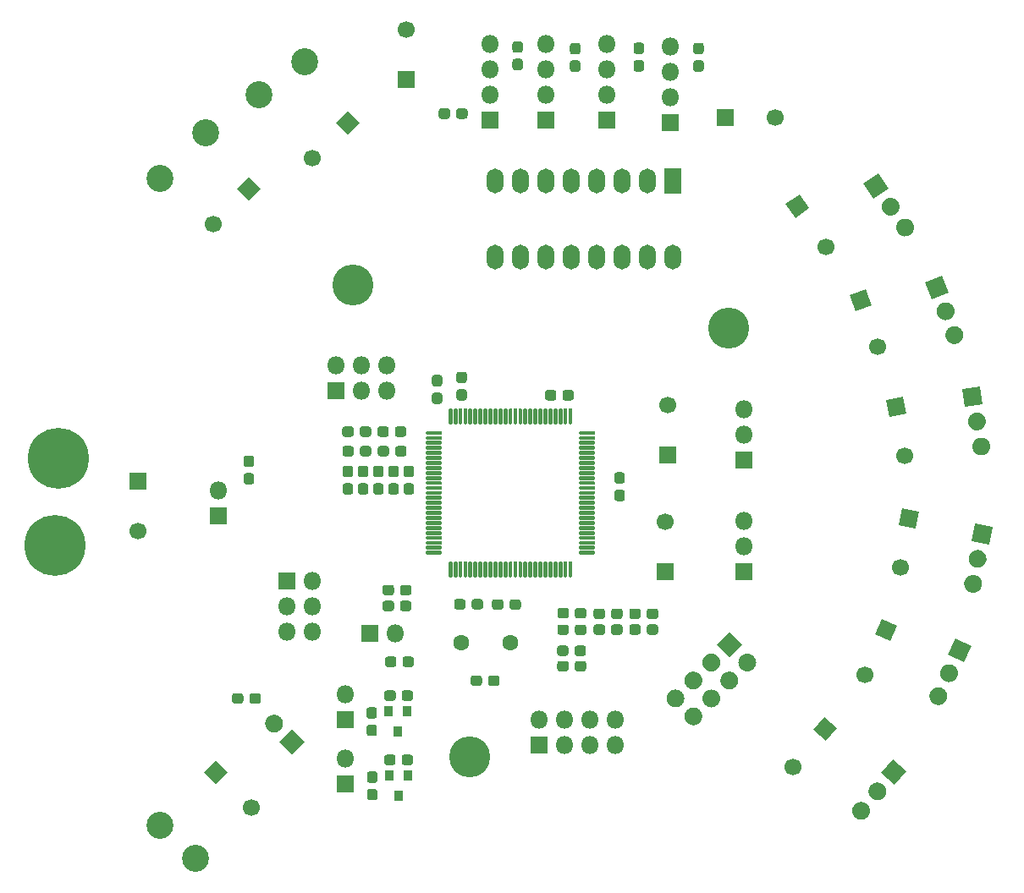
<source format=gbr>
%TF.GenerationSoftware,KiCad,Pcbnew,(5.1.6-0-10_14)*%
%TF.CreationDate,2021-08-28T18:32:45-05:00*%
%TF.ProjectId,atmega2560_led_driver,61746d65-6761-4323-9536-305f6c65645f,rev?*%
%TF.SameCoordinates,Original*%
%TF.FileFunction,Soldermask,Top*%
%TF.FilePolarity,Negative*%
%FSLAX46Y46*%
G04 Gerber Fmt 4.6, Leading zero omitted, Abs format (unit mm)*
G04 Created by KiCad (PCBNEW (5.1.6-0-10_14)) date 2021-08-28 18:32:45*
%MOMM*%
%LPD*%
G01*
G04 APERTURE LIST*
%ADD10C,2.700000*%
%ADD11R,1.800000X1.800000*%
%ADD12O,1.800000X1.800000*%
%ADD13C,0.100000*%
%ADD14R,0.900000X1.000000*%
%ADD15C,1.600000*%
%ADD16C,1.700000*%
%ADD17R,1.700000X1.700000*%
%ADD18R,1.700000X2.500000*%
%ADD19O,1.700000X2.500000*%
%ADD20C,6.100000*%
%ADD21C,4.100000*%
G04 APERTURE END LIST*
%TO.C,C6*%
G36*
G01*
X152333000Y-116848500D02*
X152333000Y-116323500D01*
G75*
G02*
X152595500Y-116061000I262500J0D01*
G01*
X153220500Y-116061000D01*
G75*
G02*
X153483000Y-116323500I0J-262500D01*
G01*
X153483000Y-116848500D01*
G75*
G02*
X153220500Y-117111000I-262500J0D01*
G01*
X152595500Y-117111000D01*
G75*
G02*
X152333000Y-116848500I0J262500D01*
G01*
G37*
G36*
G01*
X154083000Y-116848500D02*
X154083000Y-116323500D01*
G75*
G02*
X154345500Y-116061000I262500J0D01*
G01*
X154970500Y-116061000D01*
G75*
G02*
X155233000Y-116323500I0J-262500D01*
G01*
X155233000Y-116848500D01*
G75*
G02*
X154970500Y-117111000I-262500J0D01*
G01*
X154345500Y-117111000D01*
G75*
G02*
X154083000Y-116848500I0J262500D01*
G01*
G37*
%TD*%
%TO.C,C7*%
G36*
G01*
X151451000Y-116297500D02*
X151451000Y-116822500D01*
G75*
G02*
X151188500Y-117085000I-262500J0D01*
G01*
X150563500Y-117085000D01*
G75*
G02*
X150301000Y-116822500I0J262500D01*
G01*
X150301000Y-116297500D01*
G75*
G02*
X150563500Y-116035000I262500J0D01*
G01*
X151188500Y-116035000D01*
G75*
G02*
X151451000Y-116297500I0J-262500D01*
G01*
G37*
G36*
G01*
X149701000Y-116297500D02*
X149701000Y-116822500D01*
G75*
G02*
X149438500Y-117085000I-262500J0D01*
G01*
X148813500Y-117085000D01*
G75*
G02*
X148551000Y-116822500I0J262500D01*
G01*
X148551000Y-116297500D01*
G75*
G02*
X148813500Y-116035000I262500J0D01*
G01*
X149438500Y-116035000D01*
G75*
G02*
X149701000Y-116297500I0J-262500D01*
G01*
G37*
%TD*%
D10*
%TO.C,J3*%
X119126000Y-138684000D03*
%TD*%
%TO.C,J4*%
X122682000Y-141986000D03*
%TD*%
D11*
%TO.C,J5*%
X140136000Y-119440000D03*
D12*
X142676000Y-119440000D03*
%TD*%
D11*
%TO.C,J8*%
X137666000Y-134560000D03*
D12*
X137666000Y-132020000D03*
%TD*%
%TO.C,J9*%
X137636000Y-125610000D03*
D11*
X137636000Y-128150000D03*
%TD*%
D12*
%TO.C,J12*%
X124968000Y-105156000D03*
D11*
X124968000Y-107696000D03*
%TD*%
D13*
%TO.C,J14*%
G36*
X132334000Y-129029208D02*
G01*
X133606792Y-130302000D01*
X132334000Y-131574792D01*
X131061208Y-130302000D01*
X132334000Y-129029208D01*
G37*
G36*
G01*
X131174345Y-127869553D02*
X131174345Y-127869553D01*
G75*
G02*
X131174345Y-129142345I-636396J-636396D01*
G01*
X131174345Y-129142345D01*
G75*
G02*
X129901553Y-129142345I-636396J636396D01*
G01*
X129901553Y-129142345D01*
G75*
G02*
X129901553Y-127869553I636396J636396D01*
G01*
X129901553Y-127869553D01*
G75*
G02*
X131174345Y-127869553I636396J-636396D01*
G01*
G37*
%TD*%
D12*
%TO.C,J15*%
X177546000Y-97028000D03*
X177546000Y-99568000D03*
D11*
X177546000Y-102108000D03*
%TD*%
%TO.C,J16*%
X177546000Y-113284000D03*
D12*
X177546000Y-110744000D03*
X177546000Y-108204000D03*
%TD*%
%TO.C,J17*%
G36*
G01*
X188577199Y-136662997D02*
X188577199Y-136662997D01*
G75*
G02*
X189845148Y-136552066I689440J-578509D01*
G01*
X189845148Y-136552066D01*
G75*
G02*
X189956079Y-137820015I-578509J-689440D01*
G01*
X189956079Y-137820015D01*
G75*
G02*
X188688130Y-137930946I-689440J578509D01*
G01*
X188688130Y-137930946D01*
G75*
G02*
X188577199Y-136662997I578509J689440D01*
G01*
G37*
G36*
G01*
X190209879Y-134717244D02*
X190209879Y-134717244D01*
G75*
G02*
X191477828Y-134606313I689440J-578509D01*
G01*
X191477828Y-134606313D01*
G75*
G02*
X191588759Y-135874262I-578509J-689440D01*
G01*
X191588759Y-135874262D01*
G75*
G02*
X190320810Y-135985193I-689440J578509D01*
G01*
X190320810Y-135985193D01*
G75*
G02*
X190209879Y-134717244I578509J689440D01*
G01*
G37*
D13*
G36*
X191264051Y-133460931D02*
G01*
X192421069Y-132082051D01*
X193799949Y-133239069D01*
X192642931Y-134617949D01*
X191264051Y-133460931D01*
G37*
%TD*%
%TO.C,J18*%
G36*
X197939967Y-121593321D02*
G01*
X198700679Y-119961967D01*
X200332033Y-120722679D01*
X199571321Y-122354033D01*
X197939967Y-121593321D01*
G37*
G36*
G01*
X197246873Y-123079666D02*
X197246873Y-123079666D01*
G75*
G02*
X198442906Y-122644345I815677J-380356D01*
G01*
X198442906Y-122644345D01*
G75*
G02*
X198878227Y-123840378I-380356J-815677D01*
G01*
X198878227Y-123840378D01*
G75*
G02*
X197682194Y-124275699I-815677J380356D01*
G01*
X197682194Y-124275699D01*
G75*
G02*
X197246873Y-123079666I380356J815677D01*
G01*
G37*
G36*
G01*
X196173422Y-125381688D02*
X196173422Y-125381688D01*
G75*
G02*
X197369455Y-124946367I815677J-380356D01*
G01*
X197369455Y-124946367D01*
G75*
G02*
X197804776Y-126142400I-380356J-815677D01*
G01*
X197804776Y-126142400D01*
G75*
G02*
X196608743Y-126577721I-815677J380356D01*
G01*
X196608743Y-126577721D01*
G75*
G02*
X196173422Y-125381688I380356J815677D01*
G01*
G37*
%TD*%
D10*
%TO.C,J19*%
X133604000Y-62230000D03*
%TD*%
%TO.C,J20*%
X129032000Y-65532000D03*
%TD*%
%TO.C,J21*%
X123698000Y-69342000D03*
%TD*%
%TO.C,J22*%
X119126000Y-73914000D03*
%TD*%
%TO.C,J23*%
G36*
G01*
X199586606Y-114359128D02*
X199586606Y-114359128D01*
G75*
G02*
X200629216Y-113629084I886327J-156283D01*
G01*
X200629216Y-113629084D01*
G75*
G02*
X201359260Y-114671694I-156283J-886327D01*
G01*
X201359260Y-114671694D01*
G75*
G02*
X200316650Y-115401738I-886327J156283D01*
G01*
X200316650Y-115401738D01*
G75*
G02*
X199586606Y-114359128I156283J886327D01*
G01*
G37*
G36*
G01*
X200027673Y-111857717D02*
X200027673Y-111857717D01*
G75*
G02*
X201070283Y-111127673I886327J-156283D01*
G01*
X201070283Y-111127673D01*
G75*
G02*
X201800327Y-112170283I-156283J-886327D01*
G01*
X201800327Y-112170283D01*
G75*
G02*
X200757717Y-112900327I-886327J156283D01*
G01*
X200757717Y-112900327D01*
G75*
G02*
X200027673Y-111857717I156283J886327D01*
G01*
G37*
D13*
G36*
X200312456Y-110242632D02*
G01*
X200625022Y-108469978D01*
X202397676Y-108782544D01*
X202085110Y-110555198D01*
X200312456Y-110242632D01*
G37*
%TD*%
%TO.C,J24*%
G36*
X199675956Y-96800610D02*
G01*
X199363390Y-95027956D01*
X201136044Y-94715390D01*
X201448610Y-96488044D01*
X199675956Y-96800610D01*
G37*
G36*
G01*
X199960739Y-98415695D02*
X199960739Y-98415695D01*
G75*
G02*
X200690783Y-97373085I886327J156283D01*
G01*
X200690783Y-97373085D01*
G75*
G02*
X201733393Y-98103129I156283J-886327D01*
G01*
X201733393Y-98103129D01*
G75*
G02*
X201003349Y-99145739I-886327J-156283D01*
G01*
X201003349Y-99145739D01*
G75*
G02*
X199960739Y-98415695I-156283J886327D01*
G01*
G37*
G36*
G01*
X200401806Y-100917106D02*
X200401806Y-100917106D01*
G75*
G02*
X201131850Y-99874496I886327J156283D01*
G01*
X201131850Y-99874496D01*
G75*
G02*
X202174460Y-100604540I156283J-886327D01*
G01*
X202174460Y-100604540D01*
G75*
G02*
X201444416Y-101647150I-886327J-156283D01*
G01*
X201444416Y-101647150D01*
G75*
G02*
X200401806Y-100917106I-156283J886327D01*
G01*
G37*
%TD*%
%TO.C,J25*%
G36*
G01*
X197741739Y-89917457D02*
X197741739Y-89917457D01*
G75*
G02*
X198279644Y-88763916I845723J307818D01*
G01*
X198279644Y-88763916D01*
G75*
G02*
X199433185Y-89301821I307818J-845723D01*
G01*
X199433185Y-89301821D01*
G75*
G02*
X198895280Y-90455362I-845723J-307818D01*
G01*
X198895280Y-90455362D01*
G75*
G02*
X197741739Y-89917457I-307818J845723D01*
G01*
G37*
G36*
G01*
X196873008Y-87530637D02*
X196873008Y-87530637D01*
G75*
G02*
X197410913Y-86377096I845723J307818D01*
G01*
X197410913Y-86377096D01*
G75*
G02*
X198564454Y-86915001I307818J-845723D01*
G01*
X198564454Y-86915001D01*
G75*
G02*
X198026549Y-88068542I-845723J-307818D01*
G01*
X198026549Y-88068542D01*
G75*
G02*
X196873008Y-87530637I-307818J845723D01*
G01*
G37*
G36*
X196312095Y-85989541D02*
G01*
X195696459Y-84298095D01*
X197387905Y-83682459D01*
X198003541Y-85373905D01*
X196312095Y-85989541D01*
G37*
%TD*%
%TO.C,J26*%
G36*
X190532982Y-75929456D02*
G01*
X189500544Y-74454982D01*
X190975018Y-73422544D01*
X192007456Y-74897018D01*
X190532982Y-75929456D01*
G37*
G36*
G01*
X191473647Y-77272865D02*
X191473647Y-77272865D01*
G75*
G02*
X191694665Y-76019409I737237J516219D01*
G01*
X191694665Y-76019409D01*
G75*
G02*
X192948121Y-76240427I516219J-737237D01*
G01*
X192948121Y-76240427D01*
G75*
G02*
X192727103Y-77493883I-737237J-516219D01*
G01*
X192727103Y-77493883D01*
G75*
G02*
X191473647Y-77272865I-516219J737237D01*
G01*
G37*
G36*
G01*
X192930531Y-79353511D02*
X192930531Y-79353511D01*
G75*
G02*
X193151549Y-78100055I737237J516219D01*
G01*
X193151549Y-78100055D01*
G75*
G02*
X194405005Y-78321073I516219J-737237D01*
G01*
X194405005Y-78321073D01*
G75*
G02*
X194183987Y-79574529I-737237J-516219D01*
G01*
X194183987Y-79574529D01*
G75*
G02*
X192930531Y-79353511I-516219J737237D01*
G01*
G37*
%TD*%
D14*
%TO.C,Q1*%
X143936000Y-133700000D03*
X142036000Y-133700000D03*
X142986000Y-135700000D03*
%TD*%
%TO.C,Q2*%
X142886000Y-129258000D03*
X141936000Y-127258000D03*
X143836000Y-127258000D03*
%TD*%
%TO.C,R15*%
G36*
G01*
X159996999Y-120950499D02*
X159996999Y-121475499D01*
G75*
G02*
X159734499Y-121737999I-262500J0D01*
G01*
X159109499Y-121737999D01*
G75*
G02*
X158846999Y-121475499I0J262500D01*
G01*
X158846999Y-120950499D01*
G75*
G02*
X159109499Y-120687999I262500J0D01*
G01*
X159734499Y-120687999D01*
G75*
G02*
X159996999Y-120950499I0J-262500D01*
G01*
G37*
G36*
G01*
X161746999Y-120950499D02*
X161746999Y-121475499D01*
G75*
G02*
X161484499Y-121737999I-262500J0D01*
G01*
X160859499Y-121737999D01*
G75*
G02*
X160596999Y-121475499I0J262500D01*
G01*
X160596999Y-120950499D01*
G75*
G02*
X160859499Y-120687999I262500J0D01*
G01*
X161484499Y-120687999D01*
G75*
G02*
X161746999Y-120950499I0J-262500D01*
G01*
G37*
%TD*%
%TO.C,R16*%
G36*
G01*
X158866000Y-123022500D02*
X158866000Y-122497500D01*
G75*
G02*
X159128500Y-122235000I262500J0D01*
G01*
X159753500Y-122235000D01*
G75*
G02*
X160016000Y-122497500I0J-262500D01*
G01*
X160016000Y-123022500D01*
G75*
G02*
X159753500Y-123285000I-262500J0D01*
G01*
X159128500Y-123285000D01*
G75*
G02*
X158866000Y-123022500I0J262500D01*
G01*
G37*
G36*
G01*
X160616000Y-123022500D02*
X160616000Y-122497500D01*
G75*
G02*
X160878500Y-122235000I262500J0D01*
G01*
X161503500Y-122235000D01*
G75*
G02*
X161766000Y-122497500I0J-262500D01*
G01*
X161766000Y-123022500D01*
G75*
G02*
X161503500Y-123285000I-262500J0D01*
G01*
X160878500Y-123285000D01*
G75*
G02*
X160616000Y-123022500I0J262500D01*
G01*
G37*
%TD*%
%TO.C,R17*%
G36*
G01*
X160026000Y-118847500D02*
X160026000Y-119372500D01*
G75*
G02*
X159763500Y-119635000I-262500J0D01*
G01*
X159138500Y-119635000D01*
G75*
G02*
X158876000Y-119372500I0J262500D01*
G01*
X158876000Y-118847500D01*
G75*
G02*
X159138500Y-118585000I262500J0D01*
G01*
X159763500Y-118585000D01*
G75*
G02*
X160026000Y-118847500I0J-262500D01*
G01*
G37*
G36*
G01*
X161776000Y-118847500D02*
X161776000Y-119372500D01*
G75*
G02*
X161513500Y-119635000I-262500J0D01*
G01*
X160888500Y-119635000D01*
G75*
G02*
X160626000Y-119372500I0J262500D01*
G01*
X160626000Y-118847500D01*
G75*
G02*
X160888500Y-118585000I262500J0D01*
G01*
X161513500Y-118585000D01*
G75*
G02*
X161776000Y-118847500I0J-262500D01*
G01*
G37*
%TD*%
%TO.C,R18*%
G36*
G01*
X158876000Y-117712500D02*
X158876000Y-117187500D01*
G75*
G02*
X159138500Y-116925000I262500J0D01*
G01*
X159763500Y-116925000D01*
G75*
G02*
X160026000Y-117187500I0J-262500D01*
G01*
X160026000Y-117712500D01*
G75*
G02*
X159763500Y-117975000I-262500J0D01*
G01*
X159138500Y-117975000D01*
G75*
G02*
X158876000Y-117712500I0J262500D01*
G01*
G37*
G36*
G01*
X160626000Y-117712500D02*
X160626000Y-117187500D01*
G75*
G02*
X160888500Y-116925000I262500J0D01*
G01*
X161513500Y-116925000D01*
G75*
G02*
X161776000Y-117187500I0J-262500D01*
G01*
X161776000Y-117712500D01*
G75*
G02*
X161513500Y-117975000I-262500J0D01*
G01*
X160888500Y-117975000D01*
G75*
G02*
X160626000Y-117712500I0J262500D01*
G01*
G37*
%TD*%
%TO.C,R19*%
G36*
G01*
X163648999Y-117242499D02*
X163648999Y-117767499D01*
G75*
G02*
X163386499Y-118029999I-262500J0D01*
G01*
X162761499Y-118029999D01*
G75*
G02*
X162498999Y-117767499I0J262500D01*
G01*
X162498999Y-117242499D01*
G75*
G02*
X162761499Y-116979999I262500J0D01*
G01*
X163386499Y-116979999D01*
G75*
G02*
X163648999Y-117242499I0J-262500D01*
G01*
G37*
G36*
G01*
X165398999Y-117242499D02*
X165398999Y-117767499D01*
G75*
G02*
X165136499Y-118029999I-262500J0D01*
G01*
X164511499Y-118029999D01*
G75*
G02*
X164248999Y-117767499I0J262500D01*
G01*
X164248999Y-117242499D01*
G75*
G02*
X164511499Y-116979999I262500J0D01*
G01*
X165136499Y-116979999D01*
G75*
G02*
X165398999Y-117242499I0J-262500D01*
G01*
G37*
%TD*%
%TO.C,R20*%
G36*
G01*
X164251000Y-119362500D02*
X164251000Y-118837500D01*
G75*
G02*
X164513500Y-118575000I262500J0D01*
G01*
X165138500Y-118575000D01*
G75*
G02*
X165401000Y-118837500I0J-262500D01*
G01*
X165401000Y-119362500D01*
G75*
G02*
X165138500Y-119625000I-262500J0D01*
G01*
X164513500Y-119625000D01*
G75*
G02*
X164251000Y-119362500I0J262500D01*
G01*
G37*
G36*
G01*
X162501000Y-119362500D02*
X162501000Y-118837500D01*
G75*
G02*
X162763500Y-118575000I262500J0D01*
G01*
X163388500Y-118575000D01*
G75*
G02*
X163651000Y-118837500I0J-262500D01*
G01*
X163651000Y-119362500D01*
G75*
G02*
X163388500Y-119625000I-262500J0D01*
G01*
X162763500Y-119625000D01*
G75*
G02*
X162501000Y-119362500I0J262500D01*
G01*
G37*
%TD*%
%TO.C,R21*%
G36*
G01*
X167216000Y-117247500D02*
X167216000Y-117772500D01*
G75*
G02*
X166953500Y-118035000I-262500J0D01*
G01*
X166328500Y-118035000D01*
G75*
G02*
X166066000Y-117772500I0J262500D01*
G01*
X166066000Y-117247500D01*
G75*
G02*
X166328500Y-116985000I262500J0D01*
G01*
X166953500Y-116985000D01*
G75*
G02*
X167216000Y-117247500I0J-262500D01*
G01*
G37*
G36*
G01*
X168966000Y-117247500D02*
X168966000Y-117772500D01*
G75*
G02*
X168703500Y-118035000I-262500J0D01*
G01*
X168078500Y-118035000D01*
G75*
G02*
X167816000Y-117772500I0J262500D01*
G01*
X167816000Y-117247500D01*
G75*
G02*
X168078500Y-116985000I262500J0D01*
G01*
X168703500Y-116985000D01*
G75*
G02*
X168966000Y-117247500I0J-262500D01*
G01*
G37*
%TD*%
%TO.C,R22*%
G36*
G01*
X166067001Y-119347501D02*
X166067001Y-118822501D01*
G75*
G02*
X166329501Y-118560001I262500J0D01*
G01*
X166954501Y-118560001D01*
G75*
G02*
X167217001Y-118822501I0J-262500D01*
G01*
X167217001Y-119347501D01*
G75*
G02*
X166954501Y-119610001I-262500J0D01*
G01*
X166329501Y-119610001D01*
G75*
G02*
X166067001Y-119347501I0J262500D01*
G01*
G37*
G36*
G01*
X167817001Y-119347501D02*
X167817001Y-118822501D01*
G75*
G02*
X168079501Y-118560001I262500J0D01*
G01*
X168704501Y-118560001D01*
G75*
G02*
X168967001Y-118822501I0J-262500D01*
G01*
X168967001Y-119347501D01*
G75*
G02*
X168704501Y-119610001I-262500J0D01*
G01*
X168079501Y-119610001D01*
G75*
G02*
X167817001Y-119347501I0J262500D01*
G01*
G37*
%TD*%
%TO.C,R23*%
G36*
G01*
X139111000Y-99532500D02*
X139111000Y-99007500D01*
G75*
G02*
X139373500Y-98745000I262500J0D01*
G01*
X139998500Y-98745000D01*
G75*
G02*
X140261000Y-99007500I0J-262500D01*
G01*
X140261000Y-99532500D01*
G75*
G02*
X139998500Y-99795000I-262500J0D01*
G01*
X139373500Y-99795000D01*
G75*
G02*
X139111000Y-99532500I0J262500D01*
G01*
G37*
G36*
G01*
X137361000Y-99532500D02*
X137361000Y-99007500D01*
G75*
G02*
X137623500Y-98745000I262500J0D01*
G01*
X138248500Y-98745000D01*
G75*
G02*
X138511000Y-99007500I0J-262500D01*
G01*
X138511000Y-99532500D01*
G75*
G02*
X138248500Y-99795000I-262500J0D01*
G01*
X137623500Y-99795000D01*
G75*
G02*
X137361000Y-99532500I0J262500D01*
G01*
G37*
%TD*%
%TO.C,R24*%
G36*
G01*
X140866000Y-99532500D02*
X140866000Y-99007500D01*
G75*
G02*
X141128500Y-98745000I262500J0D01*
G01*
X141753500Y-98745000D01*
G75*
G02*
X142016000Y-99007500I0J-262500D01*
G01*
X142016000Y-99532500D01*
G75*
G02*
X141753500Y-99795000I-262500J0D01*
G01*
X141128500Y-99795000D01*
G75*
G02*
X140866000Y-99532500I0J262500D01*
G01*
G37*
G36*
G01*
X142616000Y-99532500D02*
X142616000Y-99007500D01*
G75*
G02*
X142878500Y-98745000I262500J0D01*
G01*
X143503500Y-98745000D01*
G75*
G02*
X143766000Y-99007500I0J-262500D01*
G01*
X143766000Y-99532500D01*
G75*
G02*
X143503500Y-99795000I-262500J0D01*
G01*
X142878500Y-99795000D01*
G75*
G02*
X142616000Y-99532500I0J262500D01*
G01*
G37*
%TD*%
%TO.C,R25*%
G36*
G01*
X139121000Y-101492500D02*
X139121000Y-100967500D01*
G75*
G02*
X139383500Y-100705000I262500J0D01*
G01*
X140008500Y-100705000D01*
G75*
G02*
X140271000Y-100967500I0J-262500D01*
G01*
X140271000Y-101492500D01*
G75*
G02*
X140008500Y-101755000I-262500J0D01*
G01*
X139383500Y-101755000D01*
G75*
G02*
X139121000Y-101492500I0J262500D01*
G01*
G37*
G36*
G01*
X137371000Y-101492500D02*
X137371000Y-100967500D01*
G75*
G02*
X137633500Y-100705000I262500J0D01*
G01*
X138258500Y-100705000D01*
G75*
G02*
X138521000Y-100967500I0J-262500D01*
G01*
X138521000Y-101492500D01*
G75*
G02*
X138258500Y-101755000I-262500J0D01*
G01*
X137633500Y-101755000D01*
G75*
G02*
X137371000Y-101492500I0J262500D01*
G01*
G37*
%TD*%
%TO.C,R26*%
G36*
G01*
X140891000Y-101492500D02*
X140891000Y-100967500D01*
G75*
G02*
X141153500Y-100705000I262500J0D01*
G01*
X141778500Y-100705000D01*
G75*
G02*
X142041000Y-100967500I0J-262500D01*
G01*
X142041000Y-101492500D01*
G75*
G02*
X141778500Y-101755000I-262500J0D01*
G01*
X141153500Y-101755000D01*
G75*
G02*
X140891000Y-101492500I0J262500D01*
G01*
G37*
G36*
G01*
X142641000Y-101492500D02*
X142641000Y-100967500D01*
G75*
G02*
X142903500Y-100705000I262500J0D01*
G01*
X143528500Y-100705000D01*
G75*
G02*
X143791000Y-100967500I0J-262500D01*
G01*
X143791000Y-101492500D01*
G75*
G02*
X143528500Y-101755000I-262500J0D01*
G01*
X142903500Y-101755000D01*
G75*
G02*
X142641000Y-101492500I0J262500D01*
G01*
G37*
%TD*%
%TO.C,U1*%
G36*
G01*
X145728000Y-99510000D02*
X145728000Y-99310000D01*
G75*
G02*
X145828000Y-99210000I100000J0D01*
G01*
X147203000Y-99210000D01*
G75*
G02*
X147303000Y-99310000I0J-100000D01*
G01*
X147303000Y-99510000D01*
G75*
G02*
X147203000Y-99610000I-100000J0D01*
G01*
X145828000Y-99610000D01*
G75*
G02*
X145728000Y-99510000I0J100000D01*
G01*
G37*
G36*
G01*
X145728000Y-100010000D02*
X145728000Y-99810000D01*
G75*
G02*
X145828000Y-99710000I100000J0D01*
G01*
X147203000Y-99710000D01*
G75*
G02*
X147303000Y-99810000I0J-100000D01*
G01*
X147303000Y-100010000D01*
G75*
G02*
X147203000Y-100110000I-100000J0D01*
G01*
X145828000Y-100110000D01*
G75*
G02*
X145728000Y-100010000I0J100000D01*
G01*
G37*
G36*
G01*
X145728000Y-100510000D02*
X145728000Y-100310000D01*
G75*
G02*
X145828000Y-100210000I100000J0D01*
G01*
X147203000Y-100210000D01*
G75*
G02*
X147303000Y-100310000I0J-100000D01*
G01*
X147303000Y-100510000D01*
G75*
G02*
X147203000Y-100610000I-100000J0D01*
G01*
X145828000Y-100610000D01*
G75*
G02*
X145728000Y-100510000I0J100000D01*
G01*
G37*
G36*
G01*
X145728000Y-101010000D02*
X145728000Y-100810000D01*
G75*
G02*
X145828000Y-100710000I100000J0D01*
G01*
X147203000Y-100710000D01*
G75*
G02*
X147303000Y-100810000I0J-100000D01*
G01*
X147303000Y-101010000D01*
G75*
G02*
X147203000Y-101110000I-100000J0D01*
G01*
X145828000Y-101110000D01*
G75*
G02*
X145728000Y-101010000I0J100000D01*
G01*
G37*
G36*
G01*
X145728000Y-101510000D02*
X145728000Y-101310000D01*
G75*
G02*
X145828000Y-101210000I100000J0D01*
G01*
X147203000Y-101210000D01*
G75*
G02*
X147303000Y-101310000I0J-100000D01*
G01*
X147303000Y-101510000D01*
G75*
G02*
X147203000Y-101610000I-100000J0D01*
G01*
X145828000Y-101610000D01*
G75*
G02*
X145728000Y-101510000I0J100000D01*
G01*
G37*
G36*
G01*
X145728000Y-102010000D02*
X145728000Y-101810000D01*
G75*
G02*
X145828000Y-101710000I100000J0D01*
G01*
X147203000Y-101710000D01*
G75*
G02*
X147303000Y-101810000I0J-100000D01*
G01*
X147303000Y-102010000D01*
G75*
G02*
X147203000Y-102110000I-100000J0D01*
G01*
X145828000Y-102110000D01*
G75*
G02*
X145728000Y-102010000I0J100000D01*
G01*
G37*
G36*
G01*
X145728000Y-102510000D02*
X145728000Y-102310000D01*
G75*
G02*
X145828000Y-102210000I100000J0D01*
G01*
X147203000Y-102210000D01*
G75*
G02*
X147303000Y-102310000I0J-100000D01*
G01*
X147303000Y-102510000D01*
G75*
G02*
X147203000Y-102610000I-100000J0D01*
G01*
X145828000Y-102610000D01*
G75*
G02*
X145728000Y-102510000I0J100000D01*
G01*
G37*
G36*
G01*
X145728000Y-103010000D02*
X145728000Y-102810000D01*
G75*
G02*
X145828000Y-102710000I100000J0D01*
G01*
X147203000Y-102710000D01*
G75*
G02*
X147303000Y-102810000I0J-100000D01*
G01*
X147303000Y-103010000D01*
G75*
G02*
X147203000Y-103110000I-100000J0D01*
G01*
X145828000Y-103110000D01*
G75*
G02*
X145728000Y-103010000I0J100000D01*
G01*
G37*
G36*
G01*
X145728000Y-103510000D02*
X145728000Y-103310000D01*
G75*
G02*
X145828000Y-103210000I100000J0D01*
G01*
X147203000Y-103210000D01*
G75*
G02*
X147303000Y-103310000I0J-100000D01*
G01*
X147303000Y-103510000D01*
G75*
G02*
X147203000Y-103610000I-100000J0D01*
G01*
X145828000Y-103610000D01*
G75*
G02*
X145728000Y-103510000I0J100000D01*
G01*
G37*
G36*
G01*
X145728000Y-104010000D02*
X145728000Y-103810000D01*
G75*
G02*
X145828000Y-103710000I100000J0D01*
G01*
X147203000Y-103710000D01*
G75*
G02*
X147303000Y-103810000I0J-100000D01*
G01*
X147303000Y-104010000D01*
G75*
G02*
X147203000Y-104110000I-100000J0D01*
G01*
X145828000Y-104110000D01*
G75*
G02*
X145728000Y-104010000I0J100000D01*
G01*
G37*
G36*
G01*
X145728000Y-104510000D02*
X145728000Y-104310000D01*
G75*
G02*
X145828000Y-104210000I100000J0D01*
G01*
X147203000Y-104210000D01*
G75*
G02*
X147303000Y-104310000I0J-100000D01*
G01*
X147303000Y-104510000D01*
G75*
G02*
X147203000Y-104610000I-100000J0D01*
G01*
X145828000Y-104610000D01*
G75*
G02*
X145728000Y-104510000I0J100000D01*
G01*
G37*
G36*
G01*
X145728000Y-105010000D02*
X145728000Y-104810000D01*
G75*
G02*
X145828000Y-104710000I100000J0D01*
G01*
X147203000Y-104710000D01*
G75*
G02*
X147303000Y-104810000I0J-100000D01*
G01*
X147303000Y-105010000D01*
G75*
G02*
X147203000Y-105110000I-100000J0D01*
G01*
X145828000Y-105110000D01*
G75*
G02*
X145728000Y-105010000I0J100000D01*
G01*
G37*
G36*
G01*
X145728000Y-105510000D02*
X145728000Y-105310000D01*
G75*
G02*
X145828000Y-105210000I100000J0D01*
G01*
X147203000Y-105210000D01*
G75*
G02*
X147303000Y-105310000I0J-100000D01*
G01*
X147303000Y-105510000D01*
G75*
G02*
X147203000Y-105610000I-100000J0D01*
G01*
X145828000Y-105610000D01*
G75*
G02*
X145728000Y-105510000I0J100000D01*
G01*
G37*
G36*
G01*
X145728000Y-106010000D02*
X145728000Y-105810000D01*
G75*
G02*
X145828000Y-105710000I100000J0D01*
G01*
X147203000Y-105710000D01*
G75*
G02*
X147303000Y-105810000I0J-100000D01*
G01*
X147303000Y-106010000D01*
G75*
G02*
X147203000Y-106110000I-100000J0D01*
G01*
X145828000Y-106110000D01*
G75*
G02*
X145728000Y-106010000I0J100000D01*
G01*
G37*
G36*
G01*
X145728000Y-106510000D02*
X145728000Y-106310000D01*
G75*
G02*
X145828000Y-106210000I100000J0D01*
G01*
X147203000Y-106210000D01*
G75*
G02*
X147303000Y-106310000I0J-100000D01*
G01*
X147303000Y-106510000D01*
G75*
G02*
X147203000Y-106610000I-100000J0D01*
G01*
X145828000Y-106610000D01*
G75*
G02*
X145728000Y-106510000I0J100000D01*
G01*
G37*
G36*
G01*
X145728000Y-107010000D02*
X145728000Y-106810000D01*
G75*
G02*
X145828000Y-106710000I100000J0D01*
G01*
X147203000Y-106710000D01*
G75*
G02*
X147303000Y-106810000I0J-100000D01*
G01*
X147303000Y-107010000D01*
G75*
G02*
X147203000Y-107110000I-100000J0D01*
G01*
X145828000Y-107110000D01*
G75*
G02*
X145728000Y-107010000I0J100000D01*
G01*
G37*
G36*
G01*
X145728000Y-107510000D02*
X145728000Y-107310000D01*
G75*
G02*
X145828000Y-107210000I100000J0D01*
G01*
X147203000Y-107210000D01*
G75*
G02*
X147303000Y-107310000I0J-100000D01*
G01*
X147303000Y-107510000D01*
G75*
G02*
X147203000Y-107610000I-100000J0D01*
G01*
X145828000Y-107610000D01*
G75*
G02*
X145728000Y-107510000I0J100000D01*
G01*
G37*
G36*
G01*
X145728000Y-108010000D02*
X145728000Y-107810000D01*
G75*
G02*
X145828000Y-107710000I100000J0D01*
G01*
X147203000Y-107710000D01*
G75*
G02*
X147303000Y-107810000I0J-100000D01*
G01*
X147303000Y-108010000D01*
G75*
G02*
X147203000Y-108110000I-100000J0D01*
G01*
X145828000Y-108110000D01*
G75*
G02*
X145728000Y-108010000I0J100000D01*
G01*
G37*
G36*
G01*
X145728000Y-108510000D02*
X145728000Y-108310000D01*
G75*
G02*
X145828000Y-108210000I100000J0D01*
G01*
X147203000Y-108210000D01*
G75*
G02*
X147303000Y-108310000I0J-100000D01*
G01*
X147303000Y-108510000D01*
G75*
G02*
X147203000Y-108610000I-100000J0D01*
G01*
X145828000Y-108610000D01*
G75*
G02*
X145728000Y-108510000I0J100000D01*
G01*
G37*
G36*
G01*
X145728000Y-109010000D02*
X145728000Y-108810000D01*
G75*
G02*
X145828000Y-108710000I100000J0D01*
G01*
X147203000Y-108710000D01*
G75*
G02*
X147303000Y-108810000I0J-100000D01*
G01*
X147303000Y-109010000D01*
G75*
G02*
X147203000Y-109110000I-100000J0D01*
G01*
X145828000Y-109110000D01*
G75*
G02*
X145728000Y-109010000I0J100000D01*
G01*
G37*
G36*
G01*
X145728000Y-109510000D02*
X145728000Y-109310000D01*
G75*
G02*
X145828000Y-109210000I100000J0D01*
G01*
X147203000Y-109210000D01*
G75*
G02*
X147303000Y-109310000I0J-100000D01*
G01*
X147303000Y-109510000D01*
G75*
G02*
X147203000Y-109610000I-100000J0D01*
G01*
X145828000Y-109610000D01*
G75*
G02*
X145728000Y-109510000I0J100000D01*
G01*
G37*
G36*
G01*
X145728000Y-110010000D02*
X145728000Y-109810000D01*
G75*
G02*
X145828000Y-109710000I100000J0D01*
G01*
X147203000Y-109710000D01*
G75*
G02*
X147303000Y-109810000I0J-100000D01*
G01*
X147303000Y-110010000D01*
G75*
G02*
X147203000Y-110110000I-100000J0D01*
G01*
X145828000Y-110110000D01*
G75*
G02*
X145728000Y-110010000I0J100000D01*
G01*
G37*
G36*
G01*
X145728000Y-110510000D02*
X145728000Y-110310000D01*
G75*
G02*
X145828000Y-110210000I100000J0D01*
G01*
X147203000Y-110210000D01*
G75*
G02*
X147303000Y-110310000I0J-100000D01*
G01*
X147303000Y-110510000D01*
G75*
G02*
X147203000Y-110610000I-100000J0D01*
G01*
X145828000Y-110610000D01*
G75*
G02*
X145728000Y-110510000I0J100000D01*
G01*
G37*
G36*
G01*
X145728000Y-111010000D02*
X145728000Y-110810000D01*
G75*
G02*
X145828000Y-110710000I100000J0D01*
G01*
X147203000Y-110710000D01*
G75*
G02*
X147303000Y-110810000I0J-100000D01*
G01*
X147303000Y-111010000D01*
G75*
G02*
X147203000Y-111110000I-100000J0D01*
G01*
X145828000Y-111110000D01*
G75*
G02*
X145728000Y-111010000I0J100000D01*
G01*
G37*
G36*
G01*
X145728000Y-111510000D02*
X145728000Y-111310000D01*
G75*
G02*
X145828000Y-111210000I100000J0D01*
G01*
X147203000Y-111210000D01*
G75*
G02*
X147303000Y-111310000I0J-100000D01*
G01*
X147303000Y-111510000D01*
G75*
G02*
X147203000Y-111610000I-100000J0D01*
G01*
X145828000Y-111610000D01*
G75*
G02*
X145728000Y-111510000I0J100000D01*
G01*
G37*
G36*
G01*
X147978000Y-113760000D02*
X147978000Y-112385000D01*
G75*
G02*
X148078000Y-112285000I100000J0D01*
G01*
X148278000Y-112285000D01*
G75*
G02*
X148378000Y-112385000I0J-100000D01*
G01*
X148378000Y-113760000D01*
G75*
G02*
X148278000Y-113860000I-100000J0D01*
G01*
X148078000Y-113860000D01*
G75*
G02*
X147978000Y-113760000I0J100000D01*
G01*
G37*
G36*
G01*
X148478000Y-113760000D02*
X148478000Y-112385000D01*
G75*
G02*
X148578000Y-112285000I100000J0D01*
G01*
X148778000Y-112285000D01*
G75*
G02*
X148878000Y-112385000I0J-100000D01*
G01*
X148878000Y-113760000D01*
G75*
G02*
X148778000Y-113860000I-100000J0D01*
G01*
X148578000Y-113860000D01*
G75*
G02*
X148478000Y-113760000I0J100000D01*
G01*
G37*
G36*
G01*
X148978000Y-113760000D02*
X148978000Y-112385000D01*
G75*
G02*
X149078000Y-112285000I100000J0D01*
G01*
X149278000Y-112285000D01*
G75*
G02*
X149378000Y-112385000I0J-100000D01*
G01*
X149378000Y-113760000D01*
G75*
G02*
X149278000Y-113860000I-100000J0D01*
G01*
X149078000Y-113860000D01*
G75*
G02*
X148978000Y-113760000I0J100000D01*
G01*
G37*
G36*
G01*
X149478000Y-113760000D02*
X149478000Y-112385000D01*
G75*
G02*
X149578000Y-112285000I100000J0D01*
G01*
X149778000Y-112285000D01*
G75*
G02*
X149878000Y-112385000I0J-100000D01*
G01*
X149878000Y-113760000D01*
G75*
G02*
X149778000Y-113860000I-100000J0D01*
G01*
X149578000Y-113860000D01*
G75*
G02*
X149478000Y-113760000I0J100000D01*
G01*
G37*
G36*
G01*
X149978000Y-113760000D02*
X149978000Y-112385000D01*
G75*
G02*
X150078000Y-112285000I100000J0D01*
G01*
X150278000Y-112285000D01*
G75*
G02*
X150378000Y-112385000I0J-100000D01*
G01*
X150378000Y-113760000D01*
G75*
G02*
X150278000Y-113860000I-100000J0D01*
G01*
X150078000Y-113860000D01*
G75*
G02*
X149978000Y-113760000I0J100000D01*
G01*
G37*
G36*
G01*
X150478000Y-113760000D02*
X150478000Y-112385000D01*
G75*
G02*
X150578000Y-112285000I100000J0D01*
G01*
X150778000Y-112285000D01*
G75*
G02*
X150878000Y-112385000I0J-100000D01*
G01*
X150878000Y-113760000D01*
G75*
G02*
X150778000Y-113860000I-100000J0D01*
G01*
X150578000Y-113860000D01*
G75*
G02*
X150478000Y-113760000I0J100000D01*
G01*
G37*
G36*
G01*
X150978000Y-113760000D02*
X150978000Y-112385000D01*
G75*
G02*
X151078000Y-112285000I100000J0D01*
G01*
X151278000Y-112285000D01*
G75*
G02*
X151378000Y-112385000I0J-100000D01*
G01*
X151378000Y-113760000D01*
G75*
G02*
X151278000Y-113860000I-100000J0D01*
G01*
X151078000Y-113860000D01*
G75*
G02*
X150978000Y-113760000I0J100000D01*
G01*
G37*
G36*
G01*
X151478000Y-113760000D02*
X151478000Y-112385000D01*
G75*
G02*
X151578000Y-112285000I100000J0D01*
G01*
X151778000Y-112285000D01*
G75*
G02*
X151878000Y-112385000I0J-100000D01*
G01*
X151878000Y-113760000D01*
G75*
G02*
X151778000Y-113860000I-100000J0D01*
G01*
X151578000Y-113860000D01*
G75*
G02*
X151478000Y-113760000I0J100000D01*
G01*
G37*
G36*
G01*
X151978000Y-113760000D02*
X151978000Y-112385000D01*
G75*
G02*
X152078000Y-112285000I100000J0D01*
G01*
X152278000Y-112285000D01*
G75*
G02*
X152378000Y-112385000I0J-100000D01*
G01*
X152378000Y-113760000D01*
G75*
G02*
X152278000Y-113860000I-100000J0D01*
G01*
X152078000Y-113860000D01*
G75*
G02*
X151978000Y-113760000I0J100000D01*
G01*
G37*
G36*
G01*
X152478000Y-113760000D02*
X152478000Y-112385000D01*
G75*
G02*
X152578000Y-112285000I100000J0D01*
G01*
X152778000Y-112285000D01*
G75*
G02*
X152878000Y-112385000I0J-100000D01*
G01*
X152878000Y-113760000D01*
G75*
G02*
X152778000Y-113860000I-100000J0D01*
G01*
X152578000Y-113860000D01*
G75*
G02*
X152478000Y-113760000I0J100000D01*
G01*
G37*
G36*
G01*
X152978000Y-113760000D02*
X152978000Y-112385000D01*
G75*
G02*
X153078000Y-112285000I100000J0D01*
G01*
X153278000Y-112285000D01*
G75*
G02*
X153378000Y-112385000I0J-100000D01*
G01*
X153378000Y-113760000D01*
G75*
G02*
X153278000Y-113860000I-100000J0D01*
G01*
X153078000Y-113860000D01*
G75*
G02*
X152978000Y-113760000I0J100000D01*
G01*
G37*
G36*
G01*
X153478000Y-113760000D02*
X153478000Y-112385000D01*
G75*
G02*
X153578000Y-112285000I100000J0D01*
G01*
X153778000Y-112285000D01*
G75*
G02*
X153878000Y-112385000I0J-100000D01*
G01*
X153878000Y-113760000D01*
G75*
G02*
X153778000Y-113860000I-100000J0D01*
G01*
X153578000Y-113860000D01*
G75*
G02*
X153478000Y-113760000I0J100000D01*
G01*
G37*
G36*
G01*
X153978000Y-113760000D02*
X153978000Y-112385000D01*
G75*
G02*
X154078000Y-112285000I100000J0D01*
G01*
X154278000Y-112285000D01*
G75*
G02*
X154378000Y-112385000I0J-100000D01*
G01*
X154378000Y-113760000D01*
G75*
G02*
X154278000Y-113860000I-100000J0D01*
G01*
X154078000Y-113860000D01*
G75*
G02*
X153978000Y-113760000I0J100000D01*
G01*
G37*
G36*
G01*
X154478000Y-113760000D02*
X154478000Y-112385000D01*
G75*
G02*
X154578000Y-112285000I100000J0D01*
G01*
X154778000Y-112285000D01*
G75*
G02*
X154878000Y-112385000I0J-100000D01*
G01*
X154878000Y-113760000D01*
G75*
G02*
X154778000Y-113860000I-100000J0D01*
G01*
X154578000Y-113860000D01*
G75*
G02*
X154478000Y-113760000I0J100000D01*
G01*
G37*
G36*
G01*
X154978000Y-113760000D02*
X154978000Y-112385000D01*
G75*
G02*
X155078000Y-112285000I100000J0D01*
G01*
X155278000Y-112285000D01*
G75*
G02*
X155378000Y-112385000I0J-100000D01*
G01*
X155378000Y-113760000D01*
G75*
G02*
X155278000Y-113860000I-100000J0D01*
G01*
X155078000Y-113860000D01*
G75*
G02*
X154978000Y-113760000I0J100000D01*
G01*
G37*
G36*
G01*
X155478000Y-113760000D02*
X155478000Y-112385000D01*
G75*
G02*
X155578000Y-112285000I100000J0D01*
G01*
X155778000Y-112285000D01*
G75*
G02*
X155878000Y-112385000I0J-100000D01*
G01*
X155878000Y-113760000D01*
G75*
G02*
X155778000Y-113860000I-100000J0D01*
G01*
X155578000Y-113860000D01*
G75*
G02*
X155478000Y-113760000I0J100000D01*
G01*
G37*
G36*
G01*
X155978000Y-113760000D02*
X155978000Y-112385000D01*
G75*
G02*
X156078000Y-112285000I100000J0D01*
G01*
X156278000Y-112285000D01*
G75*
G02*
X156378000Y-112385000I0J-100000D01*
G01*
X156378000Y-113760000D01*
G75*
G02*
X156278000Y-113860000I-100000J0D01*
G01*
X156078000Y-113860000D01*
G75*
G02*
X155978000Y-113760000I0J100000D01*
G01*
G37*
G36*
G01*
X156478000Y-113760000D02*
X156478000Y-112385000D01*
G75*
G02*
X156578000Y-112285000I100000J0D01*
G01*
X156778000Y-112285000D01*
G75*
G02*
X156878000Y-112385000I0J-100000D01*
G01*
X156878000Y-113760000D01*
G75*
G02*
X156778000Y-113860000I-100000J0D01*
G01*
X156578000Y-113860000D01*
G75*
G02*
X156478000Y-113760000I0J100000D01*
G01*
G37*
G36*
G01*
X156978000Y-113760000D02*
X156978000Y-112385000D01*
G75*
G02*
X157078000Y-112285000I100000J0D01*
G01*
X157278000Y-112285000D01*
G75*
G02*
X157378000Y-112385000I0J-100000D01*
G01*
X157378000Y-113760000D01*
G75*
G02*
X157278000Y-113860000I-100000J0D01*
G01*
X157078000Y-113860000D01*
G75*
G02*
X156978000Y-113760000I0J100000D01*
G01*
G37*
G36*
G01*
X157478000Y-113760000D02*
X157478000Y-112385000D01*
G75*
G02*
X157578000Y-112285000I100000J0D01*
G01*
X157778000Y-112285000D01*
G75*
G02*
X157878000Y-112385000I0J-100000D01*
G01*
X157878000Y-113760000D01*
G75*
G02*
X157778000Y-113860000I-100000J0D01*
G01*
X157578000Y-113860000D01*
G75*
G02*
X157478000Y-113760000I0J100000D01*
G01*
G37*
G36*
G01*
X157978000Y-113760000D02*
X157978000Y-112385000D01*
G75*
G02*
X158078000Y-112285000I100000J0D01*
G01*
X158278000Y-112285000D01*
G75*
G02*
X158378000Y-112385000I0J-100000D01*
G01*
X158378000Y-113760000D01*
G75*
G02*
X158278000Y-113860000I-100000J0D01*
G01*
X158078000Y-113860000D01*
G75*
G02*
X157978000Y-113760000I0J100000D01*
G01*
G37*
G36*
G01*
X158478000Y-113760000D02*
X158478000Y-112385000D01*
G75*
G02*
X158578000Y-112285000I100000J0D01*
G01*
X158778000Y-112285000D01*
G75*
G02*
X158878000Y-112385000I0J-100000D01*
G01*
X158878000Y-113760000D01*
G75*
G02*
X158778000Y-113860000I-100000J0D01*
G01*
X158578000Y-113860000D01*
G75*
G02*
X158478000Y-113760000I0J100000D01*
G01*
G37*
G36*
G01*
X158978000Y-113760000D02*
X158978000Y-112385000D01*
G75*
G02*
X159078000Y-112285000I100000J0D01*
G01*
X159278000Y-112285000D01*
G75*
G02*
X159378000Y-112385000I0J-100000D01*
G01*
X159378000Y-113760000D01*
G75*
G02*
X159278000Y-113860000I-100000J0D01*
G01*
X159078000Y-113860000D01*
G75*
G02*
X158978000Y-113760000I0J100000D01*
G01*
G37*
G36*
G01*
X159478000Y-113760000D02*
X159478000Y-112385000D01*
G75*
G02*
X159578000Y-112285000I100000J0D01*
G01*
X159778000Y-112285000D01*
G75*
G02*
X159878000Y-112385000I0J-100000D01*
G01*
X159878000Y-113760000D01*
G75*
G02*
X159778000Y-113860000I-100000J0D01*
G01*
X159578000Y-113860000D01*
G75*
G02*
X159478000Y-113760000I0J100000D01*
G01*
G37*
G36*
G01*
X159978000Y-113760000D02*
X159978000Y-112385000D01*
G75*
G02*
X160078000Y-112285000I100000J0D01*
G01*
X160278000Y-112285000D01*
G75*
G02*
X160378000Y-112385000I0J-100000D01*
G01*
X160378000Y-113760000D01*
G75*
G02*
X160278000Y-113860000I-100000J0D01*
G01*
X160078000Y-113860000D01*
G75*
G02*
X159978000Y-113760000I0J100000D01*
G01*
G37*
G36*
G01*
X161053000Y-111510000D02*
X161053000Y-111310000D01*
G75*
G02*
X161153000Y-111210000I100000J0D01*
G01*
X162528000Y-111210000D01*
G75*
G02*
X162628000Y-111310000I0J-100000D01*
G01*
X162628000Y-111510000D01*
G75*
G02*
X162528000Y-111610000I-100000J0D01*
G01*
X161153000Y-111610000D01*
G75*
G02*
X161053000Y-111510000I0J100000D01*
G01*
G37*
G36*
G01*
X161053000Y-111010000D02*
X161053000Y-110810000D01*
G75*
G02*
X161153000Y-110710000I100000J0D01*
G01*
X162528000Y-110710000D01*
G75*
G02*
X162628000Y-110810000I0J-100000D01*
G01*
X162628000Y-111010000D01*
G75*
G02*
X162528000Y-111110000I-100000J0D01*
G01*
X161153000Y-111110000D01*
G75*
G02*
X161053000Y-111010000I0J100000D01*
G01*
G37*
G36*
G01*
X161053000Y-110510000D02*
X161053000Y-110310000D01*
G75*
G02*
X161153000Y-110210000I100000J0D01*
G01*
X162528000Y-110210000D01*
G75*
G02*
X162628000Y-110310000I0J-100000D01*
G01*
X162628000Y-110510000D01*
G75*
G02*
X162528000Y-110610000I-100000J0D01*
G01*
X161153000Y-110610000D01*
G75*
G02*
X161053000Y-110510000I0J100000D01*
G01*
G37*
G36*
G01*
X161053000Y-110010000D02*
X161053000Y-109810000D01*
G75*
G02*
X161153000Y-109710000I100000J0D01*
G01*
X162528000Y-109710000D01*
G75*
G02*
X162628000Y-109810000I0J-100000D01*
G01*
X162628000Y-110010000D01*
G75*
G02*
X162528000Y-110110000I-100000J0D01*
G01*
X161153000Y-110110000D01*
G75*
G02*
X161053000Y-110010000I0J100000D01*
G01*
G37*
G36*
G01*
X161053000Y-109510000D02*
X161053000Y-109310000D01*
G75*
G02*
X161153000Y-109210000I100000J0D01*
G01*
X162528000Y-109210000D01*
G75*
G02*
X162628000Y-109310000I0J-100000D01*
G01*
X162628000Y-109510000D01*
G75*
G02*
X162528000Y-109610000I-100000J0D01*
G01*
X161153000Y-109610000D01*
G75*
G02*
X161053000Y-109510000I0J100000D01*
G01*
G37*
G36*
G01*
X161053000Y-109010000D02*
X161053000Y-108810000D01*
G75*
G02*
X161153000Y-108710000I100000J0D01*
G01*
X162528000Y-108710000D01*
G75*
G02*
X162628000Y-108810000I0J-100000D01*
G01*
X162628000Y-109010000D01*
G75*
G02*
X162528000Y-109110000I-100000J0D01*
G01*
X161153000Y-109110000D01*
G75*
G02*
X161053000Y-109010000I0J100000D01*
G01*
G37*
G36*
G01*
X161053000Y-108510000D02*
X161053000Y-108310000D01*
G75*
G02*
X161153000Y-108210000I100000J0D01*
G01*
X162528000Y-108210000D01*
G75*
G02*
X162628000Y-108310000I0J-100000D01*
G01*
X162628000Y-108510000D01*
G75*
G02*
X162528000Y-108610000I-100000J0D01*
G01*
X161153000Y-108610000D01*
G75*
G02*
X161053000Y-108510000I0J100000D01*
G01*
G37*
G36*
G01*
X161053000Y-108010000D02*
X161053000Y-107810000D01*
G75*
G02*
X161153000Y-107710000I100000J0D01*
G01*
X162528000Y-107710000D01*
G75*
G02*
X162628000Y-107810000I0J-100000D01*
G01*
X162628000Y-108010000D01*
G75*
G02*
X162528000Y-108110000I-100000J0D01*
G01*
X161153000Y-108110000D01*
G75*
G02*
X161053000Y-108010000I0J100000D01*
G01*
G37*
G36*
G01*
X161053000Y-107510000D02*
X161053000Y-107310000D01*
G75*
G02*
X161153000Y-107210000I100000J0D01*
G01*
X162528000Y-107210000D01*
G75*
G02*
X162628000Y-107310000I0J-100000D01*
G01*
X162628000Y-107510000D01*
G75*
G02*
X162528000Y-107610000I-100000J0D01*
G01*
X161153000Y-107610000D01*
G75*
G02*
X161053000Y-107510000I0J100000D01*
G01*
G37*
G36*
G01*
X161053000Y-107010000D02*
X161053000Y-106810000D01*
G75*
G02*
X161153000Y-106710000I100000J0D01*
G01*
X162528000Y-106710000D01*
G75*
G02*
X162628000Y-106810000I0J-100000D01*
G01*
X162628000Y-107010000D01*
G75*
G02*
X162528000Y-107110000I-100000J0D01*
G01*
X161153000Y-107110000D01*
G75*
G02*
X161053000Y-107010000I0J100000D01*
G01*
G37*
G36*
G01*
X161053000Y-106510000D02*
X161053000Y-106310000D01*
G75*
G02*
X161153000Y-106210000I100000J0D01*
G01*
X162528000Y-106210000D01*
G75*
G02*
X162628000Y-106310000I0J-100000D01*
G01*
X162628000Y-106510000D01*
G75*
G02*
X162528000Y-106610000I-100000J0D01*
G01*
X161153000Y-106610000D01*
G75*
G02*
X161053000Y-106510000I0J100000D01*
G01*
G37*
G36*
G01*
X161053000Y-106010000D02*
X161053000Y-105810000D01*
G75*
G02*
X161153000Y-105710000I100000J0D01*
G01*
X162528000Y-105710000D01*
G75*
G02*
X162628000Y-105810000I0J-100000D01*
G01*
X162628000Y-106010000D01*
G75*
G02*
X162528000Y-106110000I-100000J0D01*
G01*
X161153000Y-106110000D01*
G75*
G02*
X161053000Y-106010000I0J100000D01*
G01*
G37*
G36*
G01*
X161053000Y-105510000D02*
X161053000Y-105310000D01*
G75*
G02*
X161153000Y-105210000I100000J0D01*
G01*
X162528000Y-105210000D01*
G75*
G02*
X162628000Y-105310000I0J-100000D01*
G01*
X162628000Y-105510000D01*
G75*
G02*
X162528000Y-105610000I-100000J0D01*
G01*
X161153000Y-105610000D01*
G75*
G02*
X161053000Y-105510000I0J100000D01*
G01*
G37*
G36*
G01*
X161053000Y-105010000D02*
X161053000Y-104810000D01*
G75*
G02*
X161153000Y-104710000I100000J0D01*
G01*
X162528000Y-104710000D01*
G75*
G02*
X162628000Y-104810000I0J-100000D01*
G01*
X162628000Y-105010000D01*
G75*
G02*
X162528000Y-105110000I-100000J0D01*
G01*
X161153000Y-105110000D01*
G75*
G02*
X161053000Y-105010000I0J100000D01*
G01*
G37*
G36*
G01*
X161053000Y-104510000D02*
X161053000Y-104310000D01*
G75*
G02*
X161153000Y-104210000I100000J0D01*
G01*
X162528000Y-104210000D01*
G75*
G02*
X162628000Y-104310000I0J-100000D01*
G01*
X162628000Y-104510000D01*
G75*
G02*
X162528000Y-104610000I-100000J0D01*
G01*
X161153000Y-104610000D01*
G75*
G02*
X161053000Y-104510000I0J100000D01*
G01*
G37*
G36*
G01*
X161053000Y-104010000D02*
X161053000Y-103810000D01*
G75*
G02*
X161153000Y-103710000I100000J0D01*
G01*
X162528000Y-103710000D01*
G75*
G02*
X162628000Y-103810000I0J-100000D01*
G01*
X162628000Y-104010000D01*
G75*
G02*
X162528000Y-104110000I-100000J0D01*
G01*
X161153000Y-104110000D01*
G75*
G02*
X161053000Y-104010000I0J100000D01*
G01*
G37*
G36*
G01*
X161053000Y-103510000D02*
X161053000Y-103310000D01*
G75*
G02*
X161153000Y-103210000I100000J0D01*
G01*
X162528000Y-103210000D01*
G75*
G02*
X162628000Y-103310000I0J-100000D01*
G01*
X162628000Y-103510000D01*
G75*
G02*
X162528000Y-103610000I-100000J0D01*
G01*
X161153000Y-103610000D01*
G75*
G02*
X161053000Y-103510000I0J100000D01*
G01*
G37*
G36*
G01*
X161053000Y-103010000D02*
X161053000Y-102810000D01*
G75*
G02*
X161153000Y-102710000I100000J0D01*
G01*
X162528000Y-102710000D01*
G75*
G02*
X162628000Y-102810000I0J-100000D01*
G01*
X162628000Y-103010000D01*
G75*
G02*
X162528000Y-103110000I-100000J0D01*
G01*
X161153000Y-103110000D01*
G75*
G02*
X161053000Y-103010000I0J100000D01*
G01*
G37*
G36*
G01*
X161053000Y-102510000D02*
X161053000Y-102310000D01*
G75*
G02*
X161153000Y-102210000I100000J0D01*
G01*
X162528000Y-102210000D01*
G75*
G02*
X162628000Y-102310000I0J-100000D01*
G01*
X162628000Y-102510000D01*
G75*
G02*
X162528000Y-102610000I-100000J0D01*
G01*
X161153000Y-102610000D01*
G75*
G02*
X161053000Y-102510000I0J100000D01*
G01*
G37*
G36*
G01*
X161053000Y-102010000D02*
X161053000Y-101810000D01*
G75*
G02*
X161153000Y-101710000I100000J0D01*
G01*
X162528000Y-101710000D01*
G75*
G02*
X162628000Y-101810000I0J-100000D01*
G01*
X162628000Y-102010000D01*
G75*
G02*
X162528000Y-102110000I-100000J0D01*
G01*
X161153000Y-102110000D01*
G75*
G02*
X161053000Y-102010000I0J100000D01*
G01*
G37*
G36*
G01*
X161053000Y-101510000D02*
X161053000Y-101310000D01*
G75*
G02*
X161153000Y-101210000I100000J0D01*
G01*
X162528000Y-101210000D01*
G75*
G02*
X162628000Y-101310000I0J-100000D01*
G01*
X162628000Y-101510000D01*
G75*
G02*
X162528000Y-101610000I-100000J0D01*
G01*
X161153000Y-101610000D01*
G75*
G02*
X161053000Y-101510000I0J100000D01*
G01*
G37*
G36*
G01*
X161053000Y-101010000D02*
X161053000Y-100810000D01*
G75*
G02*
X161153000Y-100710000I100000J0D01*
G01*
X162528000Y-100710000D01*
G75*
G02*
X162628000Y-100810000I0J-100000D01*
G01*
X162628000Y-101010000D01*
G75*
G02*
X162528000Y-101110000I-100000J0D01*
G01*
X161153000Y-101110000D01*
G75*
G02*
X161053000Y-101010000I0J100000D01*
G01*
G37*
G36*
G01*
X161053000Y-100510000D02*
X161053000Y-100310000D01*
G75*
G02*
X161153000Y-100210000I100000J0D01*
G01*
X162528000Y-100210000D01*
G75*
G02*
X162628000Y-100310000I0J-100000D01*
G01*
X162628000Y-100510000D01*
G75*
G02*
X162528000Y-100610000I-100000J0D01*
G01*
X161153000Y-100610000D01*
G75*
G02*
X161053000Y-100510000I0J100000D01*
G01*
G37*
G36*
G01*
X161053000Y-100010000D02*
X161053000Y-99810000D01*
G75*
G02*
X161153000Y-99710000I100000J0D01*
G01*
X162528000Y-99710000D01*
G75*
G02*
X162628000Y-99810000I0J-100000D01*
G01*
X162628000Y-100010000D01*
G75*
G02*
X162528000Y-100110000I-100000J0D01*
G01*
X161153000Y-100110000D01*
G75*
G02*
X161053000Y-100010000I0J100000D01*
G01*
G37*
G36*
G01*
X161053000Y-99510000D02*
X161053000Y-99310000D01*
G75*
G02*
X161153000Y-99210000I100000J0D01*
G01*
X162528000Y-99210000D01*
G75*
G02*
X162628000Y-99310000I0J-100000D01*
G01*
X162628000Y-99510000D01*
G75*
G02*
X162528000Y-99610000I-100000J0D01*
G01*
X161153000Y-99610000D01*
G75*
G02*
X161053000Y-99510000I0J100000D01*
G01*
G37*
G36*
G01*
X159978000Y-98435000D02*
X159978000Y-97060000D01*
G75*
G02*
X160078000Y-96960000I100000J0D01*
G01*
X160278000Y-96960000D01*
G75*
G02*
X160378000Y-97060000I0J-100000D01*
G01*
X160378000Y-98435000D01*
G75*
G02*
X160278000Y-98535000I-100000J0D01*
G01*
X160078000Y-98535000D01*
G75*
G02*
X159978000Y-98435000I0J100000D01*
G01*
G37*
G36*
G01*
X159478000Y-98435000D02*
X159478000Y-97060000D01*
G75*
G02*
X159578000Y-96960000I100000J0D01*
G01*
X159778000Y-96960000D01*
G75*
G02*
X159878000Y-97060000I0J-100000D01*
G01*
X159878000Y-98435000D01*
G75*
G02*
X159778000Y-98535000I-100000J0D01*
G01*
X159578000Y-98535000D01*
G75*
G02*
X159478000Y-98435000I0J100000D01*
G01*
G37*
G36*
G01*
X158978000Y-98435000D02*
X158978000Y-97060000D01*
G75*
G02*
X159078000Y-96960000I100000J0D01*
G01*
X159278000Y-96960000D01*
G75*
G02*
X159378000Y-97060000I0J-100000D01*
G01*
X159378000Y-98435000D01*
G75*
G02*
X159278000Y-98535000I-100000J0D01*
G01*
X159078000Y-98535000D01*
G75*
G02*
X158978000Y-98435000I0J100000D01*
G01*
G37*
G36*
G01*
X158478000Y-98435000D02*
X158478000Y-97060000D01*
G75*
G02*
X158578000Y-96960000I100000J0D01*
G01*
X158778000Y-96960000D01*
G75*
G02*
X158878000Y-97060000I0J-100000D01*
G01*
X158878000Y-98435000D01*
G75*
G02*
X158778000Y-98535000I-100000J0D01*
G01*
X158578000Y-98535000D01*
G75*
G02*
X158478000Y-98435000I0J100000D01*
G01*
G37*
G36*
G01*
X157978000Y-98435000D02*
X157978000Y-97060000D01*
G75*
G02*
X158078000Y-96960000I100000J0D01*
G01*
X158278000Y-96960000D01*
G75*
G02*
X158378000Y-97060000I0J-100000D01*
G01*
X158378000Y-98435000D01*
G75*
G02*
X158278000Y-98535000I-100000J0D01*
G01*
X158078000Y-98535000D01*
G75*
G02*
X157978000Y-98435000I0J100000D01*
G01*
G37*
G36*
G01*
X157478000Y-98435000D02*
X157478000Y-97060000D01*
G75*
G02*
X157578000Y-96960000I100000J0D01*
G01*
X157778000Y-96960000D01*
G75*
G02*
X157878000Y-97060000I0J-100000D01*
G01*
X157878000Y-98435000D01*
G75*
G02*
X157778000Y-98535000I-100000J0D01*
G01*
X157578000Y-98535000D01*
G75*
G02*
X157478000Y-98435000I0J100000D01*
G01*
G37*
G36*
G01*
X156978000Y-98435000D02*
X156978000Y-97060000D01*
G75*
G02*
X157078000Y-96960000I100000J0D01*
G01*
X157278000Y-96960000D01*
G75*
G02*
X157378000Y-97060000I0J-100000D01*
G01*
X157378000Y-98435000D01*
G75*
G02*
X157278000Y-98535000I-100000J0D01*
G01*
X157078000Y-98535000D01*
G75*
G02*
X156978000Y-98435000I0J100000D01*
G01*
G37*
G36*
G01*
X156478000Y-98435000D02*
X156478000Y-97060000D01*
G75*
G02*
X156578000Y-96960000I100000J0D01*
G01*
X156778000Y-96960000D01*
G75*
G02*
X156878000Y-97060000I0J-100000D01*
G01*
X156878000Y-98435000D01*
G75*
G02*
X156778000Y-98535000I-100000J0D01*
G01*
X156578000Y-98535000D01*
G75*
G02*
X156478000Y-98435000I0J100000D01*
G01*
G37*
G36*
G01*
X155978000Y-98435000D02*
X155978000Y-97060000D01*
G75*
G02*
X156078000Y-96960000I100000J0D01*
G01*
X156278000Y-96960000D01*
G75*
G02*
X156378000Y-97060000I0J-100000D01*
G01*
X156378000Y-98435000D01*
G75*
G02*
X156278000Y-98535000I-100000J0D01*
G01*
X156078000Y-98535000D01*
G75*
G02*
X155978000Y-98435000I0J100000D01*
G01*
G37*
G36*
G01*
X155478000Y-98435000D02*
X155478000Y-97060000D01*
G75*
G02*
X155578000Y-96960000I100000J0D01*
G01*
X155778000Y-96960000D01*
G75*
G02*
X155878000Y-97060000I0J-100000D01*
G01*
X155878000Y-98435000D01*
G75*
G02*
X155778000Y-98535000I-100000J0D01*
G01*
X155578000Y-98535000D01*
G75*
G02*
X155478000Y-98435000I0J100000D01*
G01*
G37*
G36*
G01*
X154978000Y-98435000D02*
X154978000Y-97060000D01*
G75*
G02*
X155078000Y-96960000I100000J0D01*
G01*
X155278000Y-96960000D01*
G75*
G02*
X155378000Y-97060000I0J-100000D01*
G01*
X155378000Y-98435000D01*
G75*
G02*
X155278000Y-98535000I-100000J0D01*
G01*
X155078000Y-98535000D01*
G75*
G02*
X154978000Y-98435000I0J100000D01*
G01*
G37*
G36*
G01*
X154478000Y-98435000D02*
X154478000Y-97060000D01*
G75*
G02*
X154578000Y-96960000I100000J0D01*
G01*
X154778000Y-96960000D01*
G75*
G02*
X154878000Y-97060000I0J-100000D01*
G01*
X154878000Y-98435000D01*
G75*
G02*
X154778000Y-98535000I-100000J0D01*
G01*
X154578000Y-98535000D01*
G75*
G02*
X154478000Y-98435000I0J100000D01*
G01*
G37*
G36*
G01*
X153978000Y-98435000D02*
X153978000Y-97060000D01*
G75*
G02*
X154078000Y-96960000I100000J0D01*
G01*
X154278000Y-96960000D01*
G75*
G02*
X154378000Y-97060000I0J-100000D01*
G01*
X154378000Y-98435000D01*
G75*
G02*
X154278000Y-98535000I-100000J0D01*
G01*
X154078000Y-98535000D01*
G75*
G02*
X153978000Y-98435000I0J100000D01*
G01*
G37*
G36*
G01*
X153478000Y-98435000D02*
X153478000Y-97060000D01*
G75*
G02*
X153578000Y-96960000I100000J0D01*
G01*
X153778000Y-96960000D01*
G75*
G02*
X153878000Y-97060000I0J-100000D01*
G01*
X153878000Y-98435000D01*
G75*
G02*
X153778000Y-98535000I-100000J0D01*
G01*
X153578000Y-98535000D01*
G75*
G02*
X153478000Y-98435000I0J100000D01*
G01*
G37*
G36*
G01*
X152978000Y-98435000D02*
X152978000Y-97060000D01*
G75*
G02*
X153078000Y-96960000I100000J0D01*
G01*
X153278000Y-96960000D01*
G75*
G02*
X153378000Y-97060000I0J-100000D01*
G01*
X153378000Y-98435000D01*
G75*
G02*
X153278000Y-98535000I-100000J0D01*
G01*
X153078000Y-98535000D01*
G75*
G02*
X152978000Y-98435000I0J100000D01*
G01*
G37*
G36*
G01*
X152478000Y-98435000D02*
X152478000Y-97060000D01*
G75*
G02*
X152578000Y-96960000I100000J0D01*
G01*
X152778000Y-96960000D01*
G75*
G02*
X152878000Y-97060000I0J-100000D01*
G01*
X152878000Y-98435000D01*
G75*
G02*
X152778000Y-98535000I-100000J0D01*
G01*
X152578000Y-98535000D01*
G75*
G02*
X152478000Y-98435000I0J100000D01*
G01*
G37*
G36*
G01*
X151978000Y-98435000D02*
X151978000Y-97060000D01*
G75*
G02*
X152078000Y-96960000I100000J0D01*
G01*
X152278000Y-96960000D01*
G75*
G02*
X152378000Y-97060000I0J-100000D01*
G01*
X152378000Y-98435000D01*
G75*
G02*
X152278000Y-98535000I-100000J0D01*
G01*
X152078000Y-98535000D01*
G75*
G02*
X151978000Y-98435000I0J100000D01*
G01*
G37*
G36*
G01*
X151478000Y-98435000D02*
X151478000Y-97060000D01*
G75*
G02*
X151578000Y-96960000I100000J0D01*
G01*
X151778000Y-96960000D01*
G75*
G02*
X151878000Y-97060000I0J-100000D01*
G01*
X151878000Y-98435000D01*
G75*
G02*
X151778000Y-98535000I-100000J0D01*
G01*
X151578000Y-98535000D01*
G75*
G02*
X151478000Y-98435000I0J100000D01*
G01*
G37*
G36*
G01*
X150978000Y-98435000D02*
X150978000Y-97060000D01*
G75*
G02*
X151078000Y-96960000I100000J0D01*
G01*
X151278000Y-96960000D01*
G75*
G02*
X151378000Y-97060000I0J-100000D01*
G01*
X151378000Y-98435000D01*
G75*
G02*
X151278000Y-98535000I-100000J0D01*
G01*
X151078000Y-98535000D01*
G75*
G02*
X150978000Y-98435000I0J100000D01*
G01*
G37*
G36*
G01*
X150478000Y-98435000D02*
X150478000Y-97060000D01*
G75*
G02*
X150578000Y-96960000I100000J0D01*
G01*
X150778000Y-96960000D01*
G75*
G02*
X150878000Y-97060000I0J-100000D01*
G01*
X150878000Y-98435000D01*
G75*
G02*
X150778000Y-98535000I-100000J0D01*
G01*
X150578000Y-98535000D01*
G75*
G02*
X150478000Y-98435000I0J100000D01*
G01*
G37*
G36*
G01*
X149978000Y-98435000D02*
X149978000Y-97060000D01*
G75*
G02*
X150078000Y-96960000I100000J0D01*
G01*
X150278000Y-96960000D01*
G75*
G02*
X150378000Y-97060000I0J-100000D01*
G01*
X150378000Y-98435000D01*
G75*
G02*
X150278000Y-98535000I-100000J0D01*
G01*
X150078000Y-98535000D01*
G75*
G02*
X149978000Y-98435000I0J100000D01*
G01*
G37*
G36*
G01*
X149478000Y-98435000D02*
X149478000Y-97060000D01*
G75*
G02*
X149578000Y-96960000I100000J0D01*
G01*
X149778000Y-96960000D01*
G75*
G02*
X149878000Y-97060000I0J-100000D01*
G01*
X149878000Y-98435000D01*
G75*
G02*
X149778000Y-98535000I-100000J0D01*
G01*
X149578000Y-98535000D01*
G75*
G02*
X149478000Y-98435000I0J100000D01*
G01*
G37*
G36*
G01*
X148978000Y-98435000D02*
X148978000Y-97060000D01*
G75*
G02*
X149078000Y-96960000I100000J0D01*
G01*
X149278000Y-96960000D01*
G75*
G02*
X149378000Y-97060000I0J-100000D01*
G01*
X149378000Y-98435000D01*
G75*
G02*
X149278000Y-98535000I-100000J0D01*
G01*
X149078000Y-98535000D01*
G75*
G02*
X148978000Y-98435000I0J100000D01*
G01*
G37*
G36*
G01*
X148478000Y-98435000D02*
X148478000Y-97060000D01*
G75*
G02*
X148578000Y-96960000I100000J0D01*
G01*
X148778000Y-96960000D01*
G75*
G02*
X148878000Y-97060000I0J-100000D01*
G01*
X148878000Y-98435000D01*
G75*
G02*
X148778000Y-98535000I-100000J0D01*
G01*
X148578000Y-98535000D01*
G75*
G02*
X148478000Y-98435000I0J100000D01*
G01*
G37*
G36*
G01*
X147978000Y-98435000D02*
X147978000Y-97060000D01*
G75*
G02*
X148078000Y-96960000I100000J0D01*
G01*
X148278000Y-96960000D01*
G75*
G02*
X148378000Y-97060000I0J-100000D01*
G01*
X148378000Y-98435000D01*
G75*
G02*
X148278000Y-98535000I-100000J0D01*
G01*
X148078000Y-98535000D01*
G75*
G02*
X147978000Y-98435000I0J100000D01*
G01*
G37*
%TD*%
D15*
%TO.C,Y1*%
X154178000Y-120396000D03*
X149298000Y-120396000D03*
%TD*%
D16*
%TO.C,C1*%
X180656000Y-67810000D03*
D17*
X175656000Y-67810000D03*
%TD*%
D16*
%TO.C,C2*%
X143764000Y-59008000D03*
D17*
X143764000Y-64008000D03*
%TD*%
%TO.C,C3*%
X116936000Y-104220000D03*
D16*
X116936000Y-109220000D03*
%TD*%
%TO.C,C4*%
X128249534Y-136885534D03*
D13*
G36*
X123511918Y-133350000D02*
G01*
X124714000Y-132147918D01*
X125916082Y-133350000D01*
X124714000Y-134552082D01*
X123511918Y-133350000D01*
G37*
%TD*%
%TO.C,C5*%
G36*
G01*
X142776000Y-122057500D02*
X142776000Y-122582500D01*
G75*
G02*
X142513500Y-122845000I-262500J0D01*
G01*
X141888500Y-122845000D01*
G75*
G02*
X141626000Y-122582500I0J262500D01*
G01*
X141626000Y-122057500D01*
G75*
G02*
X141888500Y-121795000I262500J0D01*
G01*
X142513500Y-121795000D01*
G75*
G02*
X142776000Y-122057500I0J-262500D01*
G01*
G37*
G36*
G01*
X144526000Y-122057500D02*
X144526000Y-122582500D01*
G75*
G02*
X144263500Y-122845000I-262500J0D01*
G01*
X143638500Y-122845000D01*
G75*
G02*
X143376000Y-122582500I0J262500D01*
G01*
X143376000Y-122057500D01*
G75*
G02*
X143638500Y-121795000I262500J0D01*
G01*
X144263500Y-121795000D01*
G75*
G02*
X144526000Y-122057500I0J-262500D01*
G01*
G37*
%TD*%
%TO.C,C8*%
G36*
G01*
X143755500Y-102690000D02*
X144280500Y-102690000D01*
G75*
G02*
X144543000Y-102952500I0J-262500D01*
G01*
X144543000Y-103577500D01*
G75*
G02*
X144280500Y-103840000I-262500J0D01*
G01*
X143755500Y-103840000D01*
G75*
G02*
X143493000Y-103577500I0J262500D01*
G01*
X143493000Y-102952500D01*
G75*
G02*
X143755500Y-102690000I262500J0D01*
G01*
G37*
G36*
G01*
X143755500Y-104440000D02*
X144280500Y-104440000D01*
G75*
G02*
X144543000Y-104702500I0J-262500D01*
G01*
X144543000Y-105327500D01*
G75*
G02*
X144280500Y-105590000I-262500J0D01*
G01*
X143755500Y-105590000D01*
G75*
G02*
X143493000Y-105327500I0J262500D01*
G01*
X143493000Y-104702500D01*
G75*
G02*
X143755500Y-104440000I262500J0D01*
G01*
G37*
%TD*%
%TO.C,C9*%
G36*
G01*
X142531000Y-116467500D02*
X142531000Y-116992500D01*
G75*
G02*
X142268500Y-117255000I-262500J0D01*
G01*
X141643500Y-117255000D01*
G75*
G02*
X141381000Y-116992500I0J262500D01*
G01*
X141381000Y-116467500D01*
G75*
G02*
X141643500Y-116205000I262500J0D01*
G01*
X142268500Y-116205000D01*
G75*
G02*
X142531000Y-116467500I0J-262500D01*
G01*
G37*
G36*
G01*
X144281000Y-116467500D02*
X144281000Y-116992500D01*
G75*
G02*
X144018500Y-117255000I-262500J0D01*
G01*
X143393500Y-117255000D01*
G75*
G02*
X143131000Y-116992500I0J262500D01*
G01*
X143131000Y-116467500D01*
G75*
G02*
X143393500Y-116205000I262500J0D01*
G01*
X144018500Y-116205000D01*
G75*
G02*
X144281000Y-116467500I0J-262500D01*
G01*
G37*
%TD*%
%TO.C,C10*%
G36*
G01*
X149033500Y-93275000D02*
X149558500Y-93275000D01*
G75*
G02*
X149821000Y-93537500I0J-262500D01*
G01*
X149821000Y-94162500D01*
G75*
G02*
X149558500Y-94425000I-262500J0D01*
G01*
X149033500Y-94425000D01*
G75*
G02*
X148771000Y-94162500I0J262500D01*
G01*
X148771000Y-93537500D01*
G75*
G02*
X149033500Y-93275000I262500J0D01*
G01*
G37*
G36*
G01*
X149033500Y-95025000D02*
X149558500Y-95025000D01*
G75*
G02*
X149821000Y-95287500I0J-262500D01*
G01*
X149821000Y-95912500D01*
G75*
G02*
X149558500Y-96175000I-262500J0D01*
G01*
X149033500Y-96175000D01*
G75*
G02*
X148771000Y-95912500I0J262500D01*
G01*
X148771000Y-95287500D01*
G75*
G02*
X149033500Y-95025000I262500J0D01*
G01*
G37*
%TD*%
%TO.C,C11*%
G36*
G01*
X160531000Y-95367500D02*
X160531000Y-95892500D01*
G75*
G02*
X160268500Y-96155000I-262500J0D01*
G01*
X159643500Y-96155000D01*
G75*
G02*
X159381000Y-95892500I0J262500D01*
G01*
X159381000Y-95367500D01*
G75*
G02*
X159643500Y-95105000I262500J0D01*
G01*
X160268500Y-95105000D01*
G75*
G02*
X160531000Y-95367500I0J-262500D01*
G01*
G37*
G36*
G01*
X158781000Y-95367500D02*
X158781000Y-95892500D01*
G75*
G02*
X158518500Y-96155000I-262500J0D01*
G01*
X157893500Y-96155000D01*
G75*
G02*
X157631000Y-95892500I0J262500D01*
G01*
X157631000Y-95367500D01*
G75*
G02*
X157893500Y-95105000I262500J0D01*
G01*
X158518500Y-95105000D01*
G75*
G02*
X158781000Y-95367500I0J-262500D01*
G01*
G37*
%TD*%
%TO.C,C12*%
G36*
G01*
X165362500Y-104489000D02*
X164837500Y-104489000D01*
G75*
G02*
X164575000Y-104226500I0J262500D01*
G01*
X164575000Y-103601500D01*
G75*
G02*
X164837500Y-103339000I262500J0D01*
G01*
X165362500Y-103339000D01*
G75*
G02*
X165625000Y-103601500I0J-262500D01*
G01*
X165625000Y-104226500D01*
G75*
G02*
X165362500Y-104489000I-262500J0D01*
G01*
G37*
G36*
G01*
X165362500Y-106239000D02*
X164837500Y-106239000D01*
G75*
G02*
X164575000Y-105976500I0J262500D01*
G01*
X164575000Y-105351500D01*
G75*
G02*
X164837500Y-105089000I262500J0D01*
G01*
X165362500Y-105089000D01*
G75*
G02*
X165625000Y-105351500I0J-262500D01*
G01*
X165625000Y-105976500D01*
G75*
G02*
X165362500Y-106239000I-262500J0D01*
G01*
G37*
%TD*%
%TO.C,C13*%
G36*
G01*
X147108500Y-96505000D02*
X146583500Y-96505000D01*
G75*
G02*
X146321000Y-96242500I0J262500D01*
G01*
X146321000Y-95617500D01*
G75*
G02*
X146583500Y-95355000I262500J0D01*
G01*
X147108500Y-95355000D01*
G75*
G02*
X147371000Y-95617500I0J-262500D01*
G01*
X147371000Y-96242500D01*
G75*
G02*
X147108500Y-96505000I-262500J0D01*
G01*
G37*
G36*
G01*
X147108500Y-94755000D02*
X146583500Y-94755000D01*
G75*
G02*
X146321000Y-94492500I0J262500D01*
G01*
X146321000Y-93867500D01*
G75*
G02*
X146583500Y-93605000I262500J0D01*
G01*
X147108500Y-93605000D01*
G75*
G02*
X147371000Y-93867500I0J-262500D01*
G01*
X147371000Y-94492500D01*
G75*
G02*
X147108500Y-94755000I-262500J0D01*
G01*
G37*
%TD*%
D17*
%TO.C,C14*%
X169926000Y-101600000D03*
D16*
X169926000Y-96600000D03*
%TD*%
%TO.C,C15*%
X169672000Y-108284000D03*
D17*
X169672000Y-113284000D03*
%TD*%
D13*
%TO.C,C16*%
G36*
X185569232Y-127834493D02*
G01*
X186871507Y-128927232D01*
X185778768Y-130229507D01*
X184476493Y-129136768D01*
X185569232Y-127834493D01*
G37*
D16*
X182460062Y-132862222D03*
%TD*%
%TO.C,C17*%
X189656909Y-123657539D03*
D13*
G36*
X191358864Y-117996413D02*
G01*
X192899587Y-118714864D01*
X192181136Y-120255587D01*
X190640413Y-119537136D01*
X191358864Y-117996413D01*
G37*
%TD*%
%TO.C,C18*%
G36*
X137922000Y-67123918D02*
G01*
X139124082Y-68326000D01*
X137922000Y-69528082D01*
X136719918Y-68326000D01*
X137922000Y-67123918D01*
G37*
D16*
X134386466Y-71861534D03*
%TD*%
D13*
%TO.C,C19*%
G36*
X128016000Y-73727918D02*
G01*
X129218082Y-74930000D01*
X128016000Y-76132082D01*
X126813918Y-74930000D01*
X128016000Y-73727918D01*
G37*
D16*
X124480466Y-78465534D03*
%TD*%
%TO.C,C20*%
X193187759Y-112874039D03*
D13*
G36*
X193366514Y-106965312D02*
G01*
X195040688Y-107260514D01*
X194745486Y-108934688D01*
X193071312Y-108639486D01*
X193366514Y-106965312D01*
G37*
%TD*%
%TO.C,C21*%
G36*
X191801312Y-96084514D02*
G01*
X193475486Y-95789312D01*
X193770688Y-97463486D01*
X192096514Y-97758688D01*
X191801312Y-96084514D01*
G37*
D16*
X193654241Y-101698039D03*
%TD*%
D13*
%TO.C,C22*%
G36*
X188140544Y-85597978D02*
G01*
X189738022Y-85016544D01*
X190319456Y-86614022D01*
X188721978Y-87195456D01*
X188140544Y-85597978D01*
G37*
D16*
X190940101Y-90804463D03*
%TD*%
%TO.C,C23*%
X185747882Y-80803760D03*
D13*
G36*
X181696181Y-76499261D02*
G01*
X183088739Y-75524181D01*
X184063819Y-76916739D01*
X182671261Y-77891819D01*
X181696181Y-76499261D01*
G37*
%TD*%
%TO.C,C24*%
G36*
G01*
X155168500Y-61340000D02*
X154643500Y-61340000D01*
G75*
G02*
X154381000Y-61077500I0J262500D01*
G01*
X154381000Y-60452500D01*
G75*
G02*
X154643500Y-60190000I262500J0D01*
G01*
X155168500Y-60190000D01*
G75*
G02*
X155431000Y-60452500I0J-262500D01*
G01*
X155431000Y-61077500D01*
G75*
G02*
X155168500Y-61340000I-262500J0D01*
G01*
G37*
G36*
G01*
X155168500Y-63090000D02*
X154643500Y-63090000D01*
G75*
G02*
X154381000Y-62827500I0J262500D01*
G01*
X154381000Y-62202500D01*
G75*
G02*
X154643500Y-61940000I262500J0D01*
G01*
X155168500Y-61940000D01*
G75*
G02*
X155431000Y-62202500I0J-262500D01*
G01*
X155431000Y-62827500D01*
G75*
G02*
X155168500Y-63090000I-262500J0D01*
G01*
G37*
%TD*%
%TO.C,C25*%
G36*
G01*
X160918500Y-61505000D02*
X160393500Y-61505000D01*
G75*
G02*
X160131000Y-61242500I0J262500D01*
G01*
X160131000Y-60617500D01*
G75*
G02*
X160393500Y-60355000I262500J0D01*
G01*
X160918500Y-60355000D01*
G75*
G02*
X161181000Y-60617500I0J-262500D01*
G01*
X161181000Y-61242500D01*
G75*
G02*
X160918500Y-61505000I-262500J0D01*
G01*
G37*
G36*
G01*
X160918500Y-63255000D02*
X160393500Y-63255000D01*
G75*
G02*
X160131000Y-62992500I0J262500D01*
G01*
X160131000Y-62367500D01*
G75*
G02*
X160393500Y-62105000I262500J0D01*
G01*
X160918500Y-62105000D01*
G75*
G02*
X161181000Y-62367500I0J-262500D01*
G01*
X161181000Y-62992500D01*
G75*
G02*
X160918500Y-63255000I-262500J0D01*
G01*
G37*
%TD*%
%TO.C,C26*%
G36*
G01*
X167288500Y-61475000D02*
X166763500Y-61475000D01*
G75*
G02*
X166501000Y-61212500I0J262500D01*
G01*
X166501000Y-60587500D01*
G75*
G02*
X166763500Y-60325000I262500J0D01*
G01*
X167288500Y-60325000D01*
G75*
G02*
X167551000Y-60587500I0J-262500D01*
G01*
X167551000Y-61212500D01*
G75*
G02*
X167288500Y-61475000I-262500J0D01*
G01*
G37*
G36*
G01*
X167288500Y-63225000D02*
X166763500Y-63225000D01*
G75*
G02*
X166501000Y-62962500I0J262500D01*
G01*
X166501000Y-62337500D01*
G75*
G02*
X166763500Y-62075000I262500J0D01*
G01*
X167288500Y-62075000D01*
G75*
G02*
X167551000Y-62337500I0J-262500D01*
G01*
X167551000Y-62962500D01*
G75*
G02*
X167288500Y-63225000I-262500J0D01*
G01*
G37*
%TD*%
%TO.C,C27*%
G36*
G01*
X173258500Y-61490000D02*
X172733500Y-61490000D01*
G75*
G02*
X172471000Y-61227500I0J262500D01*
G01*
X172471000Y-60602500D01*
G75*
G02*
X172733500Y-60340000I262500J0D01*
G01*
X173258500Y-60340000D01*
G75*
G02*
X173521000Y-60602500I0J-262500D01*
G01*
X173521000Y-61227500D01*
G75*
G02*
X173258500Y-61490000I-262500J0D01*
G01*
G37*
G36*
G01*
X173258500Y-63240000D02*
X172733500Y-63240000D01*
G75*
G02*
X172471000Y-62977500I0J262500D01*
G01*
X172471000Y-62352500D01*
G75*
G02*
X172733500Y-62090000I262500J0D01*
G01*
X173258500Y-62090000D01*
G75*
G02*
X173521000Y-62352500I0J-262500D01*
G01*
X173521000Y-62977500D01*
G75*
G02*
X173258500Y-63240000I-262500J0D01*
G01*
G37*
%TD*%
%TO.C,R1*%
G36*
G01*
X143131000Y-115402500D02*
X143131000Y-114877500D01*
G75*
G02*
X143393500Y-114615000I262500J0D01*
G01*
X144018500Y-114615000D01*
G75*
G02*
X144281000Y-114877500I0J-262500D01*
G01*
X144281000Y-115402500D01*
G75*
G02*
X144018500Y-115665000I-262500J0D01*
G01*
X143393500Y-115665000D01*
G75*
G02*
X143131000Y-115402500I0J262500D01*
G01*
G37*
G36*
G01*
X141381000Y-115402500D02*
X141381000Y-114877500D01*
G75*
G02*
X141643500Y-114615000I262500J0D01*
G01*
X142268500Y-114615000D01*
G75*
G02*
X142531000Y-114877500I0J-262500D01*
G01*
X142531000Y-115402500D01*
G75*
G02*
X142268500Y-115665000I-262500J0D01*
G01*
X141643500Y-115665000D01*
G75*
G02*
X141381000Y-115402500I0J262500D01*
G01*
G37*
%TD*%
%TO.C,R2*%
G36*
G01*
X153088000Y-123943500D02*
X153088000Y-124468500D01*
G75*
G02*
X152825500Y-124731000I-262500J0D01*
G01*
X152200500Y-124731000D01*
G75*
G02*
X151938000Y-124468500I0J262500D01*
G01*
X151938000Y-123943500D01*
G75*
G02*
X152200500Y-123681000I262500J0D01*
G01*
X152825500Y-123681000D01*
G75*
G02*
X153088000Y-123943500I0J-262500D01*
G01*
G37*
G36*
G01*
X151338000Y-123943500D02*
X151338000Y-124468500D01*
G75*
G02*
X151075500Y-124731000I-262500J0D01*
G01*
X150450500Y-124731000D01*
G75*
G02*
X150188000Y-124468500I0J262500D01*
G01*
X150188000Y-123943500D01*
G75*
G02*
X150450500Y-123681000I262500J0D01*
G01*
X151075500Y-123681000D01*
G75*
G02*
X151338000Y-123943500I0J-262500D01*
G01*
G37*
%TD*%
%TO.C,R3*%
G36*
G01*
X146996000Y-67692500D02*
X146996000Y-67167500D01*
G75*
G02*
X147258500Y-66905000I262500J0D01*
G01*
X147883500Y-66905000D01*
G75*
G02*
X148146000Y-67167500I0J-262500D01*
G01*
X148146000Y-67692500D01*
G75*
G02*
X147883500Y-67955000I-262500J0D01*
G01*
X147258500Y-67955000D01*
G75*
G02*
X146996000Y-67692500I0J262500D01*
G01*
G37*
G36*
G01*
X148746000Y-67692500D02*
X148746000Y-67167500D01*
G75*
G02*
X149008500Y-66905000I262500J0D01*
G01*
X149633500Y-66905000D01*
G75*
G02*
X149896000Y-67167500I0J-262500D01*
G01*
X149896000Y-67692500D01*
G75*
G02*
X149633500Y-67955000I-262500J0D01*
G01*
X149008500Y-67955000D01*
G75*
G02*
X148746000Y-67692500I0J262500D01*
G01*
G37*
%TD*%
%TO.C,R4*%
G36*
G01*
X144446000Y-131877500D02*
X144446000Y-132402500D01*
G75*
G02*
X144183500Y-132665000I-262500J0D01*
G01*
X143558500Y-132665000D01*
G75*
G02*
X143296000Y-132402500I0J262500D01*
G01*
X143296000Y-131877500D01*
G75*
G02*
X143558500Y-131615000I262500J0D01*
G01*
X144183500Y-131615000D01*
G75*
G02*
X144446000Y-131877500I0J-262500D01*
G01*
G37*
G36*
G01*
X142696000Y-131877500D02*
X142696000Y-132402500D01*
G75*
G02*
X142433500Y-132665000I-262500J0D01*
G01*
X141808500Y-132665000D01*
G75*
G02*
X141546000Y-132402500I0J262500D01*
G01*
X141546000Y-131877500D01*
G75*
G02*
X141808500Y-131615000I262500J0D01*
G01*
X142433500Y-131615000D01*
G75*
G02*
X142696000Y-131877500I0J-262500D01*
G01*
G37*
%TD*%
%TO.C,R5*%
G36*
G01*
X144451000Y-125437500D02*
X144451000Y-125962500D01*
G75*
G02*
X144188500Y-126225000I-262500J0D01*
G01*
X143563500Y-126225000D01*
G75*
G02*
X143301000Y-125962500I0J262500D01*
G01*
X143301000Y-125437500D01*
G75*
G02*
X143563500Y-125175000I262500J0D01*
G01*
X144188500Y-125175000D01*
G75*
G02*
X144451000Y-125437500I0J-262500D01*
G01*
G37*
G36*
G01*
X142701000Y-125437500D02*
X142701000Y-125962500D01*
G75*
G02*
X142438500Y-126225000I-262500J0D01*
G01*
X141813500Y-126225000D01*
G75*
G02*
X141551000Y-125962500I0J262500D01*
G01*
X141551000Y-125437500D01*
G75*
G02*
X141813500Y-125175000I262500J0D01*
G01*
X142438500Y-125175000D01*
G75*
G02*
X142701000Y-125437500I0J-262500D01*
G01*
G37*
%TD*%
%TO.C,R6*%
G36*
G01*
X140093500Y-135045000D02*
X140618500Y-135045000D01*
G75*
G02*
X140881000Y-135307500I0J-262500D01*
G01*
X140881000Y-135932500D01*
G75*
G02*
X140618500Y-136195000I-262500J0D01*
G01*
X140093500Y-136195000D01*
G75*
G02*
X139831000Y-135932500I0J262500D01*
G01*
X139831000Y-135307500D01*
G75*
G02*
X140093500Y-135045000I262500J0D01*
G01*
G37*
G36*
G01*
X140093500Y-133295000D02*
X140618500Y-133295000D01*
G75*
G02*
X140881000Y-133557500I0J-262500D01*
G01*
X140881000Y-134182500D01*
G75*
G02*
X140618500Y-134445000I-262500J0D01*
G01*
X140093500Y-134445000D01*
G75*
G02*
X139831000Y-134182500I0J262500D01*
G01*
X139831000Y-133557500D01*
G75*
G02*
X140093500Y-133295000I262500J0D01*
G01*
G37*
%TD*%
%TO.C,R7*%
G36*
G01*
X142223500Y-104435000D02*
X142748500Y-104435000D01*
G75*
G02*
X143011000Y-104697500I0J-262500D01*
G01*
X143011000Y-105322500D01*
G75*
G02*
X142748500Y-105585000I-262500J0D01*
G01*
X142223500Y-105585000D01*
G75*
G02*
X141961000Y-105322500I0J262500D01*
G01*
X141961000Y-104697500D01*
G75*
G02*
X142223500Y-104435000I262500J0D01*
G01*
G37*
G36*
G01*
X142223500Y-102685000D02*
X142748500Y-102685000D01*
G75*
G02*
X143011000Y-102947500I0J-262500D01*
G01*
X143011000Y-103572500D01*
G75*
G02*
X142748500Y-103835000I-262500J0D01*
G01*
X142223500Y-103835000D01*
G75*
G02*
X141961000Y-103572500I0J262500D01*
G01*
X141961000Y-102947500D01*
G75*
G02*
X142223500Y-102685000I262500J0D01*
G01*
G37*
%TD*%
%TO.C,R8*%
G36*
G01*
X140043500Y-128610000D02*
X140568500Y-128610000D01*
G75*
G02*
X140831000Y-128872500I0J-262500D01*
G01*
X140831000Y-129497500D01*
G75*
G02*
X140568500Y-129760000I-262500J0D01*
G01*
X140043500Y-129760000D01*
G75*
G02*
X139781000Y-129497500I0J262500D01*
G01*
X139781000Y-128872500D01*
G75*
G02*
X140043500Y-128610000I262500J0D01*
G01*
G37*
G36*
G01*
X140043500Y-126860000D02*
X140568500Y-126860000D01*
G75*
G02*
X140831000Y-127122500I0J-262500D01*
G01*
X140831000Y-127747500D01*
G75*
G02*
X140568500Y-128010000I-262500J0D01*
G01*
X140043500Y-128010000D01*
G75*
G02*
X139781000Y-127747500I0J262500D01*
G01*
X139781000Y-127122500D01*
G75*
G02*
X140043500Y-126860000I262500J0D01*
G01*
G37*
%TD*%
%TO.C,R9*%
G36*
G01*
X140703500Y-102686000D02*
X141228500Y-102686000D01*
G75*
G02*
X141491000Y-102948500I0J-262500D01*
G01*
X141491000Y-103573500D01*
G75*
G02*
X141228500Y-103836000I-262500J0D01*
G01*
X140703500Y-103836000D01*
G75*
G02*
X140441000Y-103573500I0J262500D01*
G01*
X140441000Y-102948500D01*
G75*
G02*
X140703500Y-102686000I262500J0D01*
G01*
G37*
G36*
G01*
X140703500Y-104436000D02*
X141228500Y-104436000D01*
G75*
G02*
X141491000Y-104698500I0J-262500D01*
G01*
X141491000Y-105323500D01*
G75*
G02*
X141228500Y-105586000I-262500J0D01*
G01*
X140703500Y-105586000D01*
G75*
G02*
X140441000Y-105323500I0J262500D01*
G01*
X140441000Y-104698500D01*
G75*
G02*
X140703500Y-104436000I262500J0D01*
G01*
G37*
%TD*%
%TO.C,R10*%
G36*
G01*
X139179500Y-102686000D02*
X139704500Y-102686000D01*
G75*
G02*
X139967000Y-102948500I0J-262500D01*
G01*
X139967000Y-103573500D01*
G75*
G02*
X139704500Y-103836000I-262500J0D01*
G01*
X139179500Y-103836000D01*
G75*
G02*
X138917000Y-103573500I0J262500D01*
G01*
X138917000Y-102948500D01*
G75*
G02*
X139179500Y-102686000I262500J0D01*
G01*
G37*
G36*
G01*
X139179500Y-104436000D02*
X139704500Y-104436000D01*
G75*
G02*
X139967000Y-104698500I0J-262500D01*
G01*
X139967000Y-105323500D01*
G75*
G02*
X139704500Y-105586000I-262500J0D01*
G01*
X139179500Y-105586000D01*
G75*
G02*
X138917000Y-105323500I0J262500D01*
G01*
X138917000Y-104698500D01*
G75*
G02*
X139179500Y-104436000I262500J0D01*
G01*
G37*
%TD*%
%TO.C,R11*%
G36*
G01*
X137655500Y-104436000D02*
X138180500Y-104436000D01*
G75*
G02*
X138443000Y-104698500I0J-262500D01*
G01*
X138443000Y-105323500D01*
G75*
G02*
X138180500Y-105586000I-262500J0D01*
G01*
X137655500Y-105586000D01*
G75*
G02*
X137393000Y-105323500I0J262500D01*
G01*
X137393000Y-104698500D01*
G75*
G02*
X137655500Y-104436000I262500J0D01*
G01*
G37*
G36*
G01*
X137655500Y-102686000D02*
X138180500Y-102686000D01*
G75*
G02*
X138443000Y-102948500I0J-262500D01*
G01*
X138443000Y-103573500D01*
G75*
G02*
X138180500Y-103836000I-262500J0D01*
G01*
X137655500Y-103836000D01*
G75*
G02*
X137393000Y-103573500I0J262500D01*
G01*
X137393000Y-102948500D01*
G75*
G02*
X137655500Y-102686000I262500J0D01*
G01*
G37*
%TD*%
%TO.C,R13*%
G36*
G01*
X127753500Y-101674000D02*
X128278500Y-101674000D01*
G75*
G02*
X128541000Y-101936500I0J-262500D01*
G01*
X128541000Y-102561500D01*
G75*
G02*
X128278500Y-102824000I-262500J0D01*
G01*
X127753500Y-102824000D01*
G75*
G02*
X127491000Y-102561500I0J262500D01*
G01*
X127491000Y-101936500D01*
G75*
G02*
X127753500Y-101674000I262500J0D01*
G01*
G37*
G36*
G01*
X127753500Y-103424000D02*
X128278500Y-103424000D01*
G75*
G02*
X128541000Y-103686500I0J-262500D01*
G01*
X128541000Y-104311500D01*
G75*
G02*
X128278500Y-104574000I-262500J0D01*
G01*
X127753500Y-104574000D01*
G75*
G02*
X127491000Y-104311500I0J262500D01*
G01*
X127491000Y-103686500D01*
G75*
G02*
X127753500Y-103424000I262500J0D01*
G01*
G37*
%TD*%
%TO.C,R14*%
G36*
G01*
X128062000Y-126246500D02*
X128062000Y-125721500D01*
G75*
G02*
X128324500Y-125459000I262500J0D01*
G01*
X128949500Y-125459000D01*
G75*
G02*
X129212000Y-125721500I0J-262500D01*
G01*
X129212000Y-126246500D01*
G75*
G02*
X128949500Y-126509000I-262500J0D01*
G01*
X128324500Y-126509000D01*
G75*
G02*
X128062000Y-126246500I0J262500D01*
G01*
G37*
G36*
G01*
X126312000Y-126246500D02*
X126312000Y-125721500D01*
G75*
G02*
X126574500Y-125459000I262500J0D01*
G01*
X127199500Y-125459000D01*
G75*
G02*
X127462000Y-125721500I0J-262500D01*
G01*
X127462000Y-126246500D01*
G75*
G02*
X127199500Y-126509000I-262500J0D01*
G01*
X126574500Y-126509000D01*
G75*
G02*
X126312000Y-126246500I0J262500D01*
G01*
G37*
%TD*%
D11*
%TO.C,J7*%
X131786000Y-114260000D03*
D12*
X134326000Y-114260000D03*
X131786000Y-116800000D03*
X134326000Y-116800000D03*
X131786000Y-119340000D03*
X134326000Y-119340000D03*
%TD*%
D11*
%TO.C,J10*%
X157036000Y-130610000D03*
D12*
X157036000Y-128070000D03*
X159576000Y-130610000D03*
X159576000Y-128070000D03*
X162116000Y-130610000D03*
X162116000Y-128070000D03*
X164656000Y-130610000D03*
X164656000Y-128070000D03*
%TD*%
%TO.C,J11*%
G36*
G01*
X171847502Y-127147809D02*
X171847502Y-127147809D01*
G75*
G02*
X173120294Y-127147809I636396J-636396D01*
G01*
X173120294Y-127147809D01*
G75*
G02*
X173120294Y-128420601I-636396J-636396D01*
G01*
X173120294Y-128420601D01*
G75*
G02*
X171847502Y-128420601I-636396J636396D01*
G01*
X171847502Y-128420601D01*
G75*
G02*
X171847502Y-127147809I636396J636396D01*
G01*
G37*
G36*
G01*
X170051450Y-125351758D02*
X170051450Y-125351758D01*
G75*
G02*
X171324242Y-125351758I636396J-636396D01*
G01*
X171324242Y-125351758D01*
G75*
G02*
X171324242Y-126624550I-636396J-636396D01*
G01*
X171324242Y-126624550D01*
G75*
G02*
X170051450Y-126624550I-636396J636396D01*
G01*
X170051450Y-126624550D01*
G75*
G02*
X170051450Y-125351758I636396J636396D01*
G01*
G37*
G36*
G01*
X173643553Y-125351758D02*
X173643553Y-125351758D01*
G75*
G02*
X174916345Y-125351758I636396J-636396D01*
G01*
X174916345Y-125351758D01*
G75*
G02*
X174916345Y-126624550I-636396J-636396D01*
G01*
X174916345Y-126624550D01*
G75*
G02*
X173643553Y-126624550I-636396J636396D01*
G01*
X173643553Y-126624550D01*
G75*
G02*
X173643553Y-125351758I636396J636396D01*
G01*
G37*
G36*
G01*
X171847502Y-123555706D02*
X171847502Y-123555706D01*
G75*
G02*
X173120294Y-123555706I636396J-636396D01*
G01*
X173120294Y-123555706D01*
G75*
G02*
X173120294Y-124828498I-636396J-636396D01*
G01*
X173120294Y-124828498D01*
G75*
G02*
X171847502Y-124828498I-636396J636396D01*
G01*
X171847502Y-124828498D01*
G75*
G02*
X171847502Y-123555706I636396J636396D01*
G01*
G37*
G36*
G01*
X175439604Y-123555706D02*
X175439604Y-123555706D01*
G75*
G02*
X176712396Y-123555706I636396J-636396D01*
G01*
X176712396Y-123555706D01*
G75*
G02*
X176712396Y-124828498I-636396J-636396D01*
G01*
X176712396Y-124828498D01*
G75*
G02*
X175439604Y-124828498I-636396J636396D01*
G01*
X175439604Y-124828498D01*
G75*
G02*
X175439604Y-123555706I636396J636396D01*
G01*
G37*
G36*
G01*
X173643553Y-121759655D02*
X173643553Y-121759655D01*
G75*
G02*
X174916345Y-121759655I636396J-636396D01*
G01*
X174916345Y-121759655D01*
G75*
G02*
X174916345Y-123032447I-636396J-636396D01*
G01*
X174916345Y-123032447D01*
G75*
G02*
X173643553Y-123032447I-636396J636396D01*
G01*
X173643553Y-123032447D01*
G75*
G02*
X173643553Y-121759655I636396J636396D01*
G01*
G37*
G36*
G01*
X177235655Y-121759655D02*
X177235655Y-121759655D01*
G75*
G02*
X178508447Y-121759655I636396J-636396D01*
G01*
X178508447Y-121759655D01*
G75*
G02*
X178508447Y-123032447I-636396J-636396D01*
G01*
X178508447Y-123032447D01*
G75*
G02*
X177235655Y-123032447I-636396J636396D01*
G01*
X177235655Y-123032447D01*
G75*
G02*
X177235655Y-121759655I636396J636396D01*
G01*
G37*
D13*
G36*
X174803208Y-120600000D02*
G01*
X176076000Y-119327208D01*
X177348792Y-120600000D01*
X176076000Y-121872792D01*
X174803208Y-120600000D01*
G37*
%TD*%
D12*
%TO.C,J13*%
X141846000Y-92660000D03*
X141846000Y-95200000D03*
X139306000Y-92660000D03*
X139306000Y-95200000D03*
X136766000Y-92660000D03*
D11*
X136766000Y-95200000D03*
%TD*%
D18*
%TO.C,J6*%
X170434000Y-74168000D03*
D19*
X152654000Y-81788000D03*
X167894000Y-74168000D03*
X155194000Y-81788000D03*
X165354000Y-74168000D03*
X157734000Y-81788000D03*
X162814000Y-74168000D03*
X160274000Y-81788000D03*
X160274000Y-74168000D03*
X162814000Y-81788000D03*
X157734000Y-74168000D03*
X165354000Y-81788000D03*
X155194000Y-74168000D03*
X167894000Y-81788000D03*
X152654000Y-74168000D03*
X170434000Y-81788000D03*
%TD*%
D20*
%TO.C,J2*%
X108606000Y-110690000D03*
%TD*%
%TO.C,J1*%
X108986000Y-101970000D03*
%TD*%
D11*
%TO.C,J27*%
X152146000Y-68072000D03*
D12*
X152146000Y-65532000D03*
X152146000Y-62992000D03*
X152146000Y-60452000D03*
%TD*%
D11*
%TO.C,J28*%
X157734000Y-68072000D03*
D12*
X157734000Y-65532000D03*
X157734000Y-62992000D03*
X157734000Y-60452000D03*
%TD*%
%TO.C,J29*%
X163830000Y-60452000D03*
X163830000Y-62992000D03*
X163830000Y-65532000D03*
D11*
X163830000Y-68072000D03*
%TD*%
D12*
%TO.C,J30*%
X170180000Y-60706000D03*
X170180000Y-63246000D03*
X170180000Y-65786000D03*
D11*
X170180000Y-68326000D03*
%TD*%
D21*
%TO.C,H1*%
X138430000Y-84582000D03*
%TD*%
%TO.C,H2*%
X176022000Y-88900000D03*
%TD*%
%TO.C,H4*%
X150114000Y-131826000D03*
%TD*%
M02*

</source>
